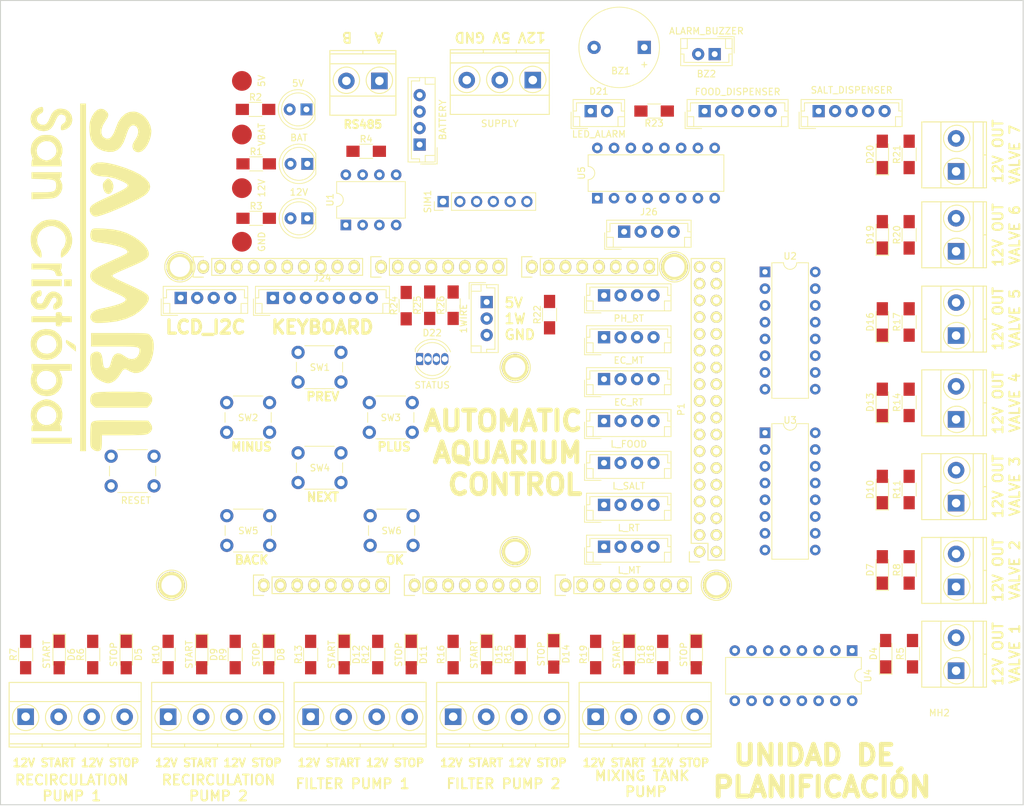
<source format=kicad_pcb>
(kicad_pcb (version 20171130) (host pcbnew "(5.0.0)")
  (title_block (date "mar. 31 mars 2015"))
  (layers (0 F.Cu signal) (31 B.Cu signal) (34 B.Paste user) (35 F.Paste user) (36 B.SilkS user) (37 F.SilkS user) (38 B.Mask user) (39 F.Mask user) (44 Edge.Cuts user))
  (net 0 "")
  (net 1 GND)
  (net 2 "/52(SCK)")
  (net 3 "/53(SS)")
  (net 4 "/50(MISO)")
  (net 5 "/51(MOSI)")
  (net 6 /48)
  (net 7 /49)
  (net 8 /46)
  (net 9 /47)
  (net 10 /44)
  (net 11 /45)
  (net 12 /42)
  (net 13 /43)
  (net 14 /40)
  (net 15 /41)
  (net 16 /38)
  (net 17 /39)
  (net 18 /36)
  (net 19 /37)
  (net 20 /34)
  (net 21 /35)
  (net 22 /32)
  (net 23 /33)
  (net 24 /30)
  (net 25 /31)
  (net 26 /28)
  (net 27 /29)
  (net 28 /26)
  (net 29 /27)
  (net 30 /24)
  (net 31 /25)
  (net 32 /22)
  (net 33 /23)
  (net 34 +5V)
  (net 35 /IOREF)
  (net 36 /Reset)
  (net 37 /Vin)
  (net 38 /A0)
  (net 39 /A1)
  (net 40 /A2)
  (net 41 /A3)
  (net 42 /A4)
  (net 43 /A5)
  (net 44 /A6)
  (net 45 /A7)
  (net 46 /A8)
  (net 47 /A9)
  (net 48 /A10)
  (net 49 /A11)
  (net 50 /A12)
  (net 51 /A13)
  (net 52 /A14)
  (net 53 /A15)
  (net 54 /SCL)
  (net 55 /SDA)
  (net 56 /AREF)
  (net 57 "/13(**)")
  (net 58 "/12(**)")
  (net 59 "/11(**)")
  (net 60 "/10(**)")
  (net 61 "/9(**)")
  (net 62 "/8(**)")
  (net 63 "/7(**)")
  (net 64 "/6(**)")
  (net 65 "/5(**)")
  (net 66 "/4(**)")
  (net 67 "/3(**)")
  (net 68 "/2(**)")
  (net 69 "/20(SDA)")
  (net 70 "/21(SCL)")
  (net 71 "Net-(P8-Pad1)")
  (net 72 "Net-(P9-Pad1)")
  (net 73 "Net-(P10-Pad1)")
  (net 74 "Net-(P11-Pad1)")
  (net 75 "Net-(P12-Pad1)")
  (net 76 "Net-(P13-Pad1)")
  (net 77 "Net-(P2-Pad1)")
  (net 78 +3V3)
  (net 79 "/1(Tx0)")
  (net 80 "/0(Rx0)")
  (net 81 "/14(Tx3)")
  (net 82 "/15(Rx3)")
  (net 83 "/16(Tx2)")
  (net 84 "/17(Rx2)")
  (net 85 "/18(Tx1)")
  (net 86 "/19(Rx1)")
  (net 87 "Net-(SIM1-Pad1)")
  (net 88 +BATT)
  (net 89 "Net-(SIM1-Pad3)")
  (net 90 +12V)
  (net 91 "Net-(D16-Pad2)")
  (net 92 "Net-(D13-Pad2)")
  (net 93 "Net-(D14-Pad2)")
  (net 94 "Net-(D15-Pad2)")
  (net 95 "Net-(D17-Pad2)")
  (net 96 "Net-(D18-Pad2)")
  (net 97 "Net-(D9-Pad2)")
  (net 98 "Net-(D19-Pad2)")
  (net 99 "Net-(D20-Pad2)")
  (net 100 "Net-(D12-Pad2)")
  (net 101 "Net-(D3-Pad2)")
  (net 102 "Net-(D1-Pad2)")
  (net 103 "Net-(D4-Pad2)")
  (net 104 "Net-(D2-Pad2)")
  (net 105 "Net-(D11-Pad2)")
  (net 106 /B)
  (net 107 /A)
  (net 108 "Net-(D5-Pad2)")
  (net 109 "Net-(D6-Pad2)")
  (net 110 "Net-(D7-Pad2)")
  (net 111 "Net-(D8-Pad2)")
  (net 112 "Net-(D10-Pad2)")
  (net 113 /485MODE)
  (net 114 "Net-(U4-Pad1)")
  (net 115 "Net-(U4-Pad2)")
  (net 116 /B2)
  (net 117 /B3)
  (net 118 /B4)
  (net 119 /B5)
  (net 120 /B6)
  (net 121 /B7)
  (net 122 /B8)
  (net 123 /PUMPS/STR3)
  (net 124 /PUMPS/STP_P3)
  (net 125 /PUMPS/STR5)
  (net 126 /PUMPS/STP_P5)
  (net 127 /PUMPS/STR4)
  (net 128 /PUMPS/STP_P4)
  (net 129 /PUMPS/STP_P2)
  (net 130 /PUMPS/VAL2)
  (net 131 /PUMPS/STR1)
  (net 132 /PUMPS/STP_P1)
  (net 133 /PUMPS/VAL1)
  (net 134 /PUMPS/STR2)
  (net 135 /B9)
  (net 136 "Net-(D21-Pad2)")
  (net 137 /BUZZER)
  (net 138 /VAL4)
  (net 139 /VAL7)
  (net 140 /VAL6)
  (net 141 /VAL5)
  (net 142 /VAL3)
  (net 143 "Net-(D22-Pad2)")
  (net 144 "Net-(D22-Pad3)")
  (net 145 "Net-(D22-Pad4)")
  (net 146 /BZ)
  (net 147 "Net-(U4-Pad15)")
  (net 148 "Net-(U4-Pad16)")
  (module Connectors_JST:JST_EH_B02B-EH-A_02x2.50mm_Straight (layer F.Cu) (at 199.644 38.608 180)
    (fp_text reference BZ2 (at 1.25 -3 180) (layer F.SilkS))
    (fp_text value ALARM_BUZZER (at 1.25 3.5 180) (layer F.SilkS))
    (pad 1 thru_hole rect (at 0 0 180) (size 1.85 1.85) (drill 0.9) (layers *.Cu *.Mask) (net 90 +12V))
    (pad 2 thru_hole circle (at 2.5 0 180) (size 1.85 1.85) (drill 0.9) (layers *.Cu *.Mask) (net 146 /BZ))
  )
  (module LEDs:LED_D5.0mm-4 (layer F.Cu) (at 154.94 84.836)
    (fp_text reference D22 (at 1.905 -3.96) (layer F.SilkS))
    (fp_text value STATUS (at 1.905 3.96) (layer F.SilkS))
    (pad 1 thru_hole rect (at 0 0) (size 1.07 1.8) (drill 0.9) (layers *.Cu *.Mask) (net 34 +5V))
    (pad 2 thru_hole oval (at 1.27 0) (size 1.07 1.8) (drill 0.9) (layers *.Cu *.Mask) (net 143 "Net-(D22-Pad2)"))
    (pad 3 thru_hole oval (at 2.54 0) (size 1.07 1.8) (drill 0.9) (layers *.Cu *.Mask) (net 144 "Net-(D22-Pad3)"))
    (pad 4 thru_hole oval (at 3.81 0) (size 1.07 1.8) (drill 0.9) (layers *.Cu *.Mask) (net 145 "Net-(D22-Pad4)"))
  )
  (module Resistors_SMD:R_1206_HandSoldering (layer F.Cu) (at 160.02 76.676 90)
    (fp_text reference R26 (at 0 -1.85 90) (layer F.SilkS))
    (fp_text value 330Ω)
    (pad 1 smd rect (at -2 0 90) (size 2 1.7) (layers F.Cu F.Paste F.Mask) (net 145 "Net-(D22-Pad4)"))
    (pad 2 smd rect (at 2 0 90) (size 2 1.7) (layers F.Cu F.Paste F.Mask) (net 65 "/5(**)"))
  )
  (module Resistors_SMD:R_1206_HandSoldering (layer F.Cu) (at 156.464 76.676 90)
    (fp_text reference R25 (at 0 -1.85 90) (layer F.SilkS))
    (fp_text value 330Ω)
    (pad 2 smd rect (at 2 0 90) (size 2 1.7) (layers F.Cu F.Paste F.Mask) (net 64 "/6(**)"))
    (pad 1 smd rect (at -2 0 90) (size 2 1.7) (layers F.Cu F.Paste F.Mask) (net 144 "Net-(D22-Pad3)"))
  )
  (module Resistors_SMD:R_1206_HandSoldering (layer F.Cu) (at 152.908 76.74 90)
    (fp_text reference R24 (at 0 -1.85 90) (layer F.SilkS))
    (fp_text value 330Ω)
    (pad 1 smd rect (at -2 0 90) (size 2 1.7) (layers F.Cu F.Paste F.Mask) (net 143 "Net-(D22-Pad2)"))
    (pad 2 smd rect (at 2 0 90) (size 2 1.7) (layers F.Cu F.Paste F.Mask) (net 63 "/7(**)"))
  )
  (module Connectors_JST:JST_EH_B04B-EH-A_04x2.50mm_Straight (layer F.Cu) (at 185.928 65.532)
    (fp_text reference J26 (at 3.75 -3) (layer F.SilkS))
    (fp_text value RTC)
    (pad 1 thru_hole rect (at 0 0) (size 1.85 1.85) (drill 0.9) (layers *.Cu *.Mask) (net 1 GND))
    (pad 2 thru_hole circle (at 2.5 0) (size 1.85 1.85) (drill 0.9) (layers *.Cu *.Mask) (net 69 "/20(SDA)"))
    (pad 3 thru_hole circle (at 5 0) (size 1.85 1.85) (drill 0.9) (layers *.Cu *.Mask) (net 70 "/21(SCL)"))
    (pad 4 thru_hole circle (at 7.5 0) (size 1.85 1.85) (drill 0.9) (layers *.Cu *.Mask) (net 34 +5V))
  )
  (module Connectors_Terminal_Blocks:TerminalBlock_Pheonix_MKDS1.5-2pol (layer F.Cu) (at 236.22 93.98 90)
    (fp_text reference J20 hide)
    (fp_text value VALVE)
    (pad 1 thru_hole rect (at 0 0 90) (size 2.5 2.5) (drill 1.3) (layers *.Cu *.Mask) (net 90 +12V))
    (pad 2 thru_hole circle (at 5 0 90) (size 2.5 2.5) (drill 1.3) (layers *.Cu *.Mask) (net 138 /VAL4))
  )
  (module Connectors_Terminal_Blocks:TerminalBlock_Pheonix_MKDS1.5-2pol (layer F.Cu) (at 236.22 106.68 90)
    (fp_text reference J19 hide)
    (fp_text value VALVE)
    (pad 2 thru_hole circle (at 5 0 90) (size 2.5 2.5) (drill 1.3) (layers *.Cu *.Mask) (net 142 /VAL3))
    (pad 1 thru_hole rect (at 0 0 90) (size 2.5 2.5) (drill 1.3) (layers *.Cu *.Mask) (net 90 +12V))
  )
  (module Connectors_Terminal_Blocks:TerminalBlock_Pheonix_MKDS1.5-2pol (layer F.Cu) (at 236.22 132.08 90)
    (fp_text reference J13 hide)
    (fp_text value VALVE)
    (pad 1 thru_hole rect (at 0 0 90) (size 2.5 2.5) (drill 1.3) (layers *.Cu *.Mask) (net 90 +12V))
    (pad 2 thru_hole circle (at 5 0 90) (size 2.5 2.5) (drill 1.3) (layers *.Cu *.Mask) (net 133 /PUMPS/VAL1))
  )
  (module Connectors_Terminal_Blocks:TerminalBlock_Pheonix_MKDS1.5-2pol (layer F.Cu) (at 236.22 68.5 90)
    (fp_text reference J22 hide)
    (fp_text value VALVE)
    (pad 2 thru_hole circle (at 5 0 90) (size 2.5 2.5) (drill 1.3) (layers *.Cu *.Mask) (net 140 /VAL6))
    (pad 1 thru_hole rect (at 0 0 90) (size 2.5 2.5) (drill 1.3) (layers *.Cu *.Mask) (net 90 +12V))
  )
  (module Connectors_Terminal_Blocks:TerminalBlock_Pheonix_MKDS1.5-2pol (layer F.Cu) (at 236.22 119.38 90)
    (fp_text reference J18 hide)
    (fp_text value VALVE)
    (pad 1 thru_hole rect (at 0 0 90) (size 2.5 2.5) (drill 1.3) (layers *.Cu *.Mask) (net 90 +12V))
    (pad 2 thru_hole circle (at 5 0 90) (size 2.5 2.5) (drill 1.3) (layers *.Cu *.Mask) (net 130 /PUMPS/VAL2))
  )
  (module Connectors_Terminal_Blocks:TerminalBlock_Pheonix_MKDS1.5-2pol (layer F.Cu) (at 236.22 81.28 90)
    (fp_text reference J21 hide)
    (fp_text value VALVE)
    (pad 2 thru_hole circle (at 5 0 90) (size 2.5 2.5) (drill 1.3) (layers *.Cu *.Mask) (net 141 /VAL5))
    (pad 1 thru_hole rect (at 0 0 90) (size 2.5 2.5) (drill 1.3) (layers *.Cu *.Mask) (net 90 +12V))
  )
  (module Connectors_Terminal_Blocks:TerminalBlock_Pheonix_MKDS1.5-2pol (layer F.Cu) (at 236.22 56.388 90)
    (fp_text reference J23 hide)
    (fp_text value VALVE)
    (pad 1 thru_hole rect (at 0 0 90) (size 2.5 2.5) (drill 1.3) (layers *.Cu *.Mask) (net 90 +12V))
    (pad 2 thru_hole circle (at 5 0 90) (size 2.5 2.5) (drill 1.3) (layers *.Cu *.Mask) (net 139 /VAL7))
  )
  (module Buzzers_Beepers:Buzzer_12x9.5RM7.6 (layer F.Cu) (at 188.976 37.592 180)
    (fp_text reference BZ1 (at 3.556 -3.556 180) (layer F.SilkS))
    (fp_text value Buzzer)
    (fp_text user + (at -0.01 -2.54 180) (layer F.SilkS))
    (pad 1 thru_hole rect (at 0 0 180) (size 2 2) (drill 1) (layers *.Cu *.Mask) (net 90 +12V))
    (pad 2 thru_hole circle (at 7.6 0 180) (size 2 2) (drill 1) (layers *.Cu *.Mask) (net 146 /BZ))
  )
  (module Connectors_JST:JST_EH_B02B-EH-A_02x2.50mm_Straight (layer F.Cu) (at 180.848 47.244)
    (fp_text reference D21 (at 1.25 -3) (layer F.SilkS))
    (fp_text value LED_ALARM (at 1.25 3.5) (layer F.SilkS))
    (pad 1 thru_hole rect (at 0 0) (size 1.85 1.85) (drill 0.9) (layers *.Cu *.Mask) (net 146 /BZ))
    (pad 2 thru_hole circle (at 2.5 0) (size 1.85 1.85) (drill 0.9) (layers *.Cu *.Mask) (net 136 "Net-(D21-Pad2)"))
  )
  (module Connectors_Terminal_Blocks:TerminalBlock_Pheonix_MKDS1.5-4pol (layer F.Cu) (at 95.25 139.065)
    (fp_text reference J12 hide)
    (fp_text value "PUMP 1")
    (pad 4 thru_hole circle (at 15 0) (size 2.5 2.5) (drill 1.3) (layers *.Cu *.Mask) (net 132 /PUMPS/STP_P1))
    (pad 3 thru_hole circle (at 10 0) (size 2.5 2.5) (drill 1.3) (layers *.Cu *.Mask) (net 90 +12V))
    (pad 1 thru_hole rect (at 0 0) (size 2.5 2.5) (drill 1.3) (layers *.Cu *.Mask) (net 90 +12V))
    (pad 2 thru_hole circle (at 5 0) (size 2.5 2.5) (drill 1.3) (layers *.Cu *.Mask) (net 131 /PUMPS/STR1))
  )
  (module Connectors_Terminal_Blocks:TerminalBlock_Pheonix_MKDS1.5-4pol (layer F.Cu) (at 116.84 139.065)
    (fp_text reference J14 hide)
    (fp_text value "PUMP 2")
    (pad 2 thru_hole circle (at 5 0) (size 2.5 2.5) (drill 1.3) (layers *.Cu *.Mask) (net 134 /PUMPS/STR2))
    (pad 1 thru_hole rect (at 0 0) (size 2.5 2.5) (drill 1.3) (layers *.Cu *.Mask) (net 90 +12V))
    (pad 3 thru_hole circle (at 10 0) (size 2.5 2.5) (drill 1.3) (layers *.Cu *.Mask) (net 90 +12V))
    (pad 4 thru_hole circle (at 15 0) (size 2.5 2.5) (drill 1.3) (layers *.Cu *.Mask) (net 129 /PUMPS/STP_P2))
  )
  (module Connectors_Terminal_Blocks:TerminalBlock_Pheonix_MKDS1.5-4pol (layer F.Cu) (at 138.43 139.065)
    (fp_text reference J15 hide)
    (fp_text value "PUMP 3")
    (pad 4 thru_hole circle (at 15 0) (size 2.5 2.5) (drill 1.3) (layers *.Cu *.Mask) (net 124 /PUMPS/STP_P3))
    (pad 3 thru_hole circle (at 10 0) (size 2.5 2.5) (drill 1.3) (layers *.Cu *.Mask) (net 90 +12V))
    (pad 1 thru_hole rect (at 0 0) (size 2.5 2.5) (drill 1.3) (layers *.Cu *.Mask) (net 90 +12V))
    (pad 2 thru_hole circle (at 5 0) (size 2.5 2.5) (drill 1.3) (layers *.Cu *.Mask) (net 123 /PUMPS/STR3))
  )
  (module Connectors_Terminal_Blocks:TerminalBlock_Pheonix_MKDS1.5-4pol (layer F.Cu) (at 160.02 139.065)
    (fp_text reference J16 hide)
    (fp_text value "PUMP 4")
    (pad 2 thru_hole circle (at 5 0) (size 2.5 2.5) (drill 1.3) (layers *.Cu *.Mask) (net 127 /PUMPS/STR4))
    (pad 1 thru_hole rect (at 0 0) (size 2.5 2.5) (drill 1.3) (layers *.Cu *.Mask) (net 90 +12V))
    (pad 3 thru_hole circle (at 10 0) (size 2.5 2.5) (drill 1.3) (layers *.Cu *.Mask) (net 90 +12V))
    (pad 4 thru_hole circle (at 15 0) (size 2.5 2.5) (drill 1.3) (layers *.Cu *.Mask) (net 128 /PUMPS/STP_P4))
  )
  (module Connectors_Terminal_Blocks:TerminalBlock_Pheonix_MKDS1.5-4pol (layer F.Cu) (at 181.61 139.065)
    (fp_text reference J17 hide)
    (fp_text value "PUMP 5")
    (pad 4 thru_hole circle (at 15 0) (size 2.5 2.5) (drill 1.3) (layers *.Cu *.Mask) (net 126 /PUMPS/STP_P5))
    (pad 3 thru_hole circle (at 10 0) (size 2.5 2.5) (drill 1.3) (layers *.Cu *.Mask) (net 90 +12V))
    (pad 1 thru_hole rect (at 0 0) (size 2.5 2.5) (drill 1.3) (layers *.Cu *.Mask) (net 90 +12V))
    (pad 2 thru_hole circle (at 5 0) (size 2.5 2.5) (drill 1.3) (layers *.Cu *.Mask) (net 125 /PUMPS/STR5))
  )
  (module Resistors_SMD:R_1206_HandSoldering (layer F.Cu) (at 190.468 47.244 180)
    (fp_text reference R23 (at 0 -1.85 180) (layer F.SilkS))
    (fp_text value 1KΩ)
    (pad 1 smd rect (at -2 0 180) (size 2 1.7) (layers F.Cu F.Paste F.Mask) (net 90 +12V))
    (pad 2 smd rect (at 2 0 180) (size 2 1.7) (layers F.Cu F.Paste F.Mask) (net 136 "Net-(D21-Pad2)"))
  )
  (module Buttons_Switches_THT:SW_PUSH_6mm (layer F.Cu) (at 108.204 99.568)
    (fp_text reference SW8 hide)
    (fp_text value RESET (at 3.75 6.7) (layer F.SilkS))
    (pad 2 thru_hole circle (at 0 4.5 90) (size 2 2) (drill 1.1) (layers *.Cu *.Mask) (net 36 /Reset))
    (pad 1 thru_hole circle (at 0 0 90) (size 2 2) (drill 1.1) (layers *.Cu *.Mask) (net 1 GND))
    (pad 2 thru_hole circle (at 6.5 4.5 90) (size 2 2) (drill 1.1) (layers *.Cu *.Mask) (net 36 /Reset))
    (pad 1 thru_hole circle (at 6.5 0 90) (size 2 2) (drill 1.1) (layers *.Cu *.Mask) (net 1 GND))
  )
  (module Measurement_Points:Measurement_Point_Round-SMD-Pad_Big (layer F.Cu) (at 128.016 67.056 90)
    (fp_text reference MH7 hide)
    (fp_text value GND (at 0 3 90) (layer F.SilkS))
    (pad 1 smd circle (at 0 0 90) (size 3 3) (layers F.Cu F.Mask) (net 1 GND))
  )
  (module Connectors_JST:JST_EH_B03B-EH-A_03x2.50mm_Straight (layer F.Cu) (at 165.1 76.2 270)
    (fp_text reference J25 hide)
    (fp_text value 1WIRE (at 2.5 3.5 270) (layer F.SilkS))
    (pad 1 thru_hole rect (at 0 0 270) (size 1.85 1.85) (drill 0.9) (layers *.Cu *.Mask) (net 34 +5V))
    (pad 2 thru_hole circle (at 2.5 0 270) (size 1.85 1.85) (drill 0.9) (layers *.Cu *.Mask) (net 32 /22))
    (pad 3 thru_hole circle (at 5 0 270) (size 1.85 1.85) (drill 0.9) (layers *.Cu *.Mask) (net 1 GND))
  )
  (module Connectors_JST:JST_EH_B07B-EH-A_07x2.50mm_Straight (layer F.Cu) (at 132.715 75.565)
    (fp_text reference J24 (at 7.5 -3) (layer F.SilkS))
    (fp_text value KEYBOARD (at 7.5 4.445) (layer F.SilkS) (effects (font (size 2 2) (thickness 0.5))))
    (pad 1 thru_hole rect (at 0 0) (size 1.85 1.85) (drill 0.9) (layers *.Cu *.Mask) (net 57 "/13(**)"))
    (pad 2 thru_hole circle (at 2.5 0) (size 1.85 1.85) (drill 0.9) (layers *.Cu *.Mask) (net 58 "/12(**)"))
    (pad 3 thru_hole circle (at 5 0) (size 1.85 1.85) (drill 0.9) (layers *.Cu *.Mask) (net 59 "/11(**)"))
    (pad 4 thru_hole circle (at 7.5 0) (size 1.85 1.85) (drill 0.9) (layers *.Cu *.Mask) (net 60 "/10(**)"))
    (pad 5 thru_hole circle (at 10 0) (size 1.85 1.85) (drill 0.9) (layers *.Cu *.Mask) (net 61 "/9(**)"))
    (pad 6 thru_hole circle (at 12.5 0) (size 1.85 1.85) (drill 0.9) (layers *.Cu *.Mask) (net 62 "/8(**)"))
    (pad 7 thru_hole circle (at 15 0) (size 1.85 1.85) (drill 0.9) (layers *.Cu *.Mask) (net 1 GND))
  )
  (module Housings_DIP:DIP-16_W7.62mm (layer F.Cu) (at 181.864 60.452 90)
    (fp_text reference U5 (at 3.81 -2.39 90) (layer F.SilkS))
    (fp_text value ULN2003)
    (pad 1 thru_hole rect (at 0 0 90) (size 1.6 1.6) (drill 0.8) (layers *.Cu *.Mask) (net 67 "/3(**)"))
    (pad 9 thru_hole oval (at 7.62 17.78 90) (size 1.6 1.6) (drill 0.8) (layers *.Cu *.Mask) (net 90 +12V))
    (pad 2 thru_hole oval (at 0 2.54 90) (size 1.6 1.6) (drill 0.8) (layers *.Cu *.Mask) (net 85 "/18(Tx1)"))
    (pad 10 thru_hole oval (at 7.62 15.24 90) (size 1.6 1.6) (drill 0.8) (layers *.Cu *.Mask) (net 121 /B7))
    (pad 3 thru_hole oval (at 0 5.08 90) (size 1.6 1.6) (drill 0.8) (layers *.Cu *.Mask) (net 86 "/19(Rx1)"))
    (pad 11 thru_hole oval (at 7.62 12.7 90) (size 1.6 1.6) (drill 0.8) (layers *.Cu *.Mask) (net 120 /B6))
    (pad 4 thru_hole oval (at 0 7.62 90) (size 1.6 1.6) (drill 0.8) (layers *.Cu *.Mask) (net 33 /23))
    (pad 12 thru_hole oval (at 7.62 10.16 90) (size 1.6 1.6) (drill 0.8) (layers *.Cu *.Mask) (net 119 /B5))
    (pad 5 thru_hole oval (at 0 10.16 90) (size 1.6 1.6) (drill 0.8) (layers *.Cu *.Mask) (net 31 /25))
    (pad 13 thru_hole oval (at 7.62 7.62 90) (size 1.6 1.6) (drill 0.8) (layers *.Cu *.Mask) (net 118 /B4))
    (pad 6 thru_hole oval (at 0 12.7 90) (size 1.6 1.6) (drill 0.8) (layers *.Cu *.Mask) (net 29 /27))
    (pad 14 thru_hole oval (at 7.62 5.08 90) (size 1.6 1.6) (drill 0.8) (layers *.Cu *.Mask) (net 117 /B3))
    (pad 7 thru_hole oval (at 0 15.24 90) (size 1.6 1.6) (drill 0.8) (layers *.Cu *.Mask) (net 27 /29))
    (pad 15 thru_hole oval (at 7.62 2.54 90) (size 1.6 1.6) (drill 0.8) (layers *.Cu *.Mask) (net 116 /B2))
    (pad 8 thru_hole oval (at 0 17.78 90) (size 1.6 1.6) (drill 0.8) (layers *.Cu *.Mask) (net 1 GND))
    (pad 16 thru_hole oval (at 7.62 0 90) (size 1.6 1.6) (drill 0.8) (layers *.Cu *.Mask) (net 137 /BUZZER))
  )
  (module Measurement_Points:Measurement_Point_Round-SMD-Pad_Big (layer F.Cu) (at 128.016 58.928 90)
    (fp_text reference MH6 hide)
    (fp_text value 12V (at 0 3 90) (layer F.SilkS))
    (pad 1 smd circle (at 0 0 90) (size 3 3) (layers F.Cu F.Mask) (net 90 +12V))
  )
  (module Measurement_Points:Measurement_Point_Round-SMD-Pad_Big (layer F.Cu) (at 128.016 42.672 90)
    (fp_text reference MH5 hide)
    (fp_text value 5V (at 0 3 90) (layer F.SilkS))
    (pad 1 smd circle (at 0 0 90) (size 3 3) (layers F.Cu F.Mask) (net 34 +5V))
  )
  (module Measurement_Points:Measurement_Point_Round-SMD-Pad_Big (layer F.Cu) (at 128.016 50.8 90)
    (fp_text reference MH4 hide)
    (fp_text value VBAT (at 0 3 90) (layer F.SilkS))
    (pad 1 smd circle (at 0 0 90) (size 3 3) (layers F.Cu F.Mask) (net 88 +BATT))
  )
  (module Resistors_SMD:R_1206_HandSoldering (layer F.Cu) (at 174.625 78.105 90)
    (fp_text reference R22 (at 0 -1.85 90) (layer F.SilkS))
    (fp_text value 4.7KΩ)
    (pad 1 smd rect (at -2 0 90) (size 2 1.7) (layers F.Cu F.Paste F.Mask) (net 32 /22))
    (pad 2 smd rect (at 2 0 90) (size 2 1.7) (layers F.Cu F.Paste F.Mask) (net 34 +5V))
  )
  (module Mounting_Holes:MountingHole_5.3mm_M5 (layer F.Cu) (at 233.68 40.64)
    (fp_text reference MH3 hide)
    (fp_text value MountingHole)
    (pad 1 np_thru_hole circle (at 0 0) (size 5.3 5.3) (drill 5.3) (layers *.Cu *.Mask))
  )
  (module Mounting_Holes:MountingHole_5.3mm_M5 (layer F.Cu) (at 233.68 144.78)
    (fp_text reference MH2 (at 0 -6.3) (layer F.SilkS))
    (fp_text value MountingHole)
    (pad 1 np_thru_hole circle (at 0 0) (size 5.3 5.3) (drill 5.3) (layers *.Cu *.Mask))
  )
  (module Mounting_Holes:MountingHole_5.3mm_M5 (layer F.Cu) (at 109.22 40.64)
    (fp_text reference MH1 hide)
    (fp_text value MountingHole)
    (pad 1 np_thru_hole circle (at 0 0) (size 5.3 5.3) (drill 5.3) (layers *.Cu *.Mask))
  )
  (module Socket_Strips:Socket_Strip_Straight_1x06_Pitch2.54mm (layer F.Cu) (at 158.496 60.96 90)
    (fp_text reference SIM1 (at 0 -2.33 90) (layer F.SilkS))
    (fp_text value SIM800L)
    (pad 1 thru_hole rect (at 0 0 90) (size 1.7 1.7) (drill 1) (layers *.Cu *.Mask) (net 87 "Net-(SIM1-Pad1)"))
    (pad 2 thru_hole oval (at 0 2.54 90) (size 1.7 1.7) (drill 1) (layers *.Cu *.Mask) (net 88 +BATT))
    (pad 3 thru_hole oval (at 0 5.08 90) (size 1.7 1.7) (drill 1) (layers *.Cu *.Mask) (net 89 "Net-(SIM1-Pad3)"))
    (pad 4 thru_hole oval (at 0 7.62 90) (size 1.7 1.7) (drill 1) (layers *.Cu *.Mask) (net 83 "/16(Tx2)"))
    (pad 5 thru_hole oval (at 0 10.16 90) (size 1.7 1.7) (drill 1) (layers *.Cu *.Mask) (net 84 "/17(Rx2)"))
    (pad 6 thru_hole oval (at 0 12.7 90) (size 1.7 1.7) (drill 1) (layers *.Cu *.Mask) (net 1 GND))
  )
  (module LEDs:LED_1206_HandSoldering (layer F.Cu) (at 225.044 53.816 90)
    (fp_text reference D20 (at 0 -1.85 90) (layer F.SilkS))
    (fp_text value "VALVE 7" hide)
    (pad 1 smd rect (at -2 0 90) (size 2 1.7) (layers F.Cu F.Paste F.Mask) (net 139 /VAL7))
    (pad 2 smd rect (at 2 0 90) (size 2 1.7) (layers F.Cu F.Paste F.Mask) (net 99 "Net-(D20-Pad2)"))
  )
  (module Resistors_SMD:R_1206_HandSoldering (layer F.Cu) (at 229.108 53.816 90)
    (fp_text reference R21 (at 0 -1.85 90) (layer F.SilkS))
    (fp_text value 1KΩ)
    (pad 1 smd rect (at -2 0 90) (size 2 1.7) (layers F.Cu F.Paste F.Mask) (net 90 +12V))
    (pad 2 smd rect (at 2 0 90) (size 2 1.7) (layers F.Cu F.Paste F.Mask) (net 99 "Net-(D20-Pad2)"))
  )
  (module LEDs:LED_1206_HandSoldering (layer F.Cu) (at 143.51 129.635 270)
    (fp_text reference D12 (at 0 -1.85 270) (layer F.SilkS))
    (fp_text value START (at 0 1.9 270) (layer F.SilkS))
    (pad 2 smd rect (at 2 0 270) (size 2 1.7) (layers F.Cu F.Paste F.Mask) (net 100 "Net-(D12-Pad2)"))
    (pad 1 smd rect (at -2 0 270) (size 2 1.7) (layers F.Cu F.Paste F.Mask) (net 123 /PUMPS/STR3))
  )
  (module LEDs:LED_1206_HandSoldering (layer F.Cu) (at 225.044 104.616 90)
    (fp_text reference D10 (at 0 -1.85 90) (layer F.SilkS))
    (fp_text value "VALVE 3" hide)
    (pad 1 smd rect (at -2 0 90) (size 2 1.7) (layers F.Cu F.Paste F.Mask) (net 142 /VAL3))
    (pad 2 smd rect (at 2 0 90) (size 2 1.7) (layers F.Cu F.Paste F.Mask) (net 112 "Net-(D10-Pad2)"))
  )
  (module LEDs:LED_1206_HandSoldering (layer F.Cu) (at 132.08 129.635 270)
    (fp_text reference D8 (at 0 -1.85 270) (layer F.SilkS))
    (fp_text value STOP (at 0 1.9 270) (layer F.SilkS))
    (pad 2 smd rect (at 2 0 270) (size 2 1.7) (layers F.Cu F.Paste F.Mask) (net 111 "Net-(D8-Pad2)"))
    (pad 1 smd rect (at -2 0 270) (size 2 1.7) (layers F.Cu F.Paste F.Mask) (net 129 /PUMPS/STP_P2))
  )
  (module LEDs:LED_1206_HandSoldering (layer F.Cu) (at 100.33 129.635 270)
    (fp_text reference D6 (at 0 -1.85 270) (layer F.SilkS))
    (fp_text value START (at 0 1.9 270) (layer F.SilkS))
    (pad 1 smd rect (at -2 0 270) (size 2 1.7) (layers F.Cu F.Paste F.Mask) (net 131 /PUMPS/STR1))
    (pad 2 smd rect (at 2 0 270) (size 2 1.7) (layers F.Cu F.Paste F.Mask) (net 109 "Net-(D6-Pad2)"))
  )
  (module LEDs:LED_1206_HandSoldering (layer F.Cu) (at 110.49 129.635 270)
    (fp_text reference D5 (at 0 -1.85 270) (layer F.SilkS))
    (fp_text value STOP (at 0 1.9 270) (layer F.SilkS))
    (pad 2 smd rect (at 2 0 270) (size 2 1.7) (layers F.Cu F.Paste F.Mask) (net 108 "Net-(D5-Pad2)"))
    (pad 1 smd rect (at -2 0 270) (size 2 1.7) (layers F.Cu F.Paste F.Mask) (net 132 /PUMPS/STP_P1))
  )
  (module LEDs:LED_1206_HandSoldering (layer F.Cu) (at 225.552 129.508 90)
    (fp_text reference D4 (at 0 -1.85 90) (layer F.SilkS))
    (fp_text value "VALVE 1" hide)
    (pad 1 smd rect (at -2 0 90) (size 2 1.7) (layers F.Cu F.Paste F.Mask) (net 133 /PUMPS/VAL1))
    (pad 2 smd rect (at 2 0 90) (size 2 1.7) (layers F.Cu F.Paste F.Mask) (net 103 "Net-(D4-Pad2)"))
  )
  (module LEDs:LED_1206_HandSoldering (layer F.Cu) (at 225.044 116.808 90)
    (fp_text reference D7 (at 0 -1.85 90) (layer F.SilkS))
    (fp_text value "VALVE 2" hide)
    (pad 2 smd rect (at 2 0 90) (size 2 1.7) (layers F.Cu F.Paste F.Mask) (net 110 "Net-(D7-Pad2)"))
    (pad 1 smd rect (at -2 0 90) (size 2 1.7) (layers F.Cu F.Paste F.Mask) (net 130 /PUMPS/VAL2))
  )
  (module LEDs:LED_1206_HandSoldering (layer F.Cu) (at 153.67 129.635 270)
    (fp_text reference D11 (at 0 -1.85 270) (layer F.SilkS))
    (fp_text value STOP (at 0 1.9 270) (layer F.SilkS))
    (pad 1 smd rect (at -2 0 270) (size 2 1.7) (layers F.Cu F.Paste F.Mask) (net 124 /PUMPS/STP_P3))
    (pad 2 smd rect (at 2 0 270) (size 2 1.7) (layers F.Cu F.Paste F.Mask) (net 105 "Net-(D11-Pad2)"))
  )
  (module LEDs:LED_1206_HandSoldering (layer F.Cu) (at 175.26 129.54 270)
    (fp_text reference D14 (at 0 -1.85 270) (layer F.SilkS))
    (fp_text value STOP (at 0 1.9 270) (layer F.SilkS))
    (pad 2 smd rect (at 2 0 270) (size 2 1.7) (layers F.Cu F.Paste F.Mask) (net 93 "Net-(D14-Pad2)"))
    (pad 1 smd rect (at -2 0 270) (size 2 1.7) (layers F.Cu F.Paste F.Mask) (net 128 /PUMPS/STP_P4))
  )
  (module LEDs:LED_1206_HandSoldering (layer F.Cu) (at 121.92 129.635 270)
    (fp_text reference D9 (at 0 -1.85 270) (layer F.SilkS))
    (fp_text value START (at 0 1.9 270) (layer F.SilkS))
    (pad 1 smd rect (at -2 0 270) (size 2 1.7) (layers F.Cu F.Paste F.Mask) (net 134 /PUMPS/STR2))
    (pad 2 smd rect (at 2 0 270) (size 2 1.7) (layers F.Cu F.Paste F.Mask) (net 97 "Net-(D9-Pad2)"))
  )
  (module LEDs:LED_1206_HandSoldering (layer F.Cu) (at 186.69 129.635 270)
    (fp_text reference D18 (at 0 -1.85 270) (layer F.SilkS))
    (fp_text value START (at 0 1.9 270) (layer F.SilkS))
    (pad 2 smd rect (at 2 0 270) (size 2 1.7) (layers F.Cu F.Paste F.Mask) (net 96 "Net-(D18-Pad2)"))
    (pad 1 smd rect (at -2 0 270) (size 2 1.7) (layers F.Cu F.Paste F.Mask) (net 125 /PUMPS/STR5))
  )
  (module LEDs:LED_1206_HandSoldering (layer F.Cu) (at 225.044 66.008 90)
    (fp_text reference D19 (at 0 -1.85 90) (layer F.SilkS))
    (fp_text value "VALVE 6" hide)
    (pad 1 smd rect (at -2 0 90) (size 2 1.7) (layers F.Cu F.Paste F.Mask) (net 140 /VAL6))
    (pad 2 smd rect (at 2 0 90) (size 2 1.7) (layers F.Cu F.Paste F.Mask) (net 98 "Net-(D19-Pad2)"))
  )
  (module LEDs:LED_1206_HandSoldering (layer F.Cu) (at 225.044 79.216 90)
    (fp_text reference D16 (at 0 -1.85 90) (layer F.SilkS))
    (fp_text value "VALVE 5" hide)
    (pad 2 smd rect (at 2 0 90) (size 2 1.7) (layers F.Cu F.Paste F.Mask) (net 91 "Net-(D16-Pad2)"))
    (pad 1 smd rect (at -2 0 90) (size 2 1.7) (layers F.Cu F.Paste F.Mask) (net 141 /VAL5))
  )
  (module LEDs:LED_1206_HandSoldering (layer F.Cu) (at 165.1 129.635 270)
    (fp_text reference D15 (at 0 -1.85 270) (layer F.SilkS))
    (fp_text value START (at 0 1.9 270) (layer F.SilkS))
    (pad 1 smd rect (at -2 0 270) (size 2 1.7) (layers F.Cu F.Paste F.Mask) (net 127 /PUMPS/STR4))
    (pad 2 smd rect (at 2 0 270) (size 2 1.7) (layers F.Cu F.Paste F.Mask) (net 94 "Net-(D15-Pad2)"))
  )
  (module LEDs:LED_1206_HandSoldering (layer F.Cu) (at 225.044 91.408 90)
    (fp_text reference D13 (at 0 -1.85 90) (layer F.SilkS))
    (fp_text value "VALVE 4" hide)
    (pad 2 smd rect (at 2 0 90) (size 2 1.7) (layers F.Cu F.Paste F.Mask) (net 92 "Net-(D13-Pad2)"))
    (pad 1 smd rect (at -2 0 90) (size 2 1.7) (layers F.Cu F.Paste F.Mask) (net 138 /VAL4))
  )
  (module LEDs:LED_1206_HandSoldering (layer F.Cu) (at 196.85 129.635 270)
    (fp_text reference D17 hide)
    (fp_text value STOP (at 0 1.9 270) (layer F.SilkS))
    (pad 1 smd rect (at -2 0 270) (size 2 1.7) (layers F.Cu F.Paste F.Mask) (net 126 /PUMPS/STP_P5))
    (pad 2 smd rect (at 2 0 270) (size 2 1.7) (layers F.Cu F.Paste F.Mask) (net 95 "Net-(D17-Pad2)"))
  )
  (module Buttons_Switches_THT:SW_PUSH_6mm (layer F.Cu) (at 136.525 83.82)
    (fp_text reference SW1 (at 3.302 2.286) (layer F.SilkS))
    (fp_text value PREV (at 3.75 6.7) (layer F.SilkS) (effects (font (size 1.3 1.3) (thickness 0.325))))
    (pad 1 thru_hole circle (at 6.5 0 90) (size 2 2) (drill 1.1) (layers *.Cu *.Mask) (net 1 GND))
    (pad 2 thru_hole circle (at 6.5 4.5 90) (size 2 2) (drill 1.1) (layers *.Cu *.Mask) (net 57 "/13(**)"))
    (pad 1 thru_hole circle (at 0 0 90) (size 2 2) (drill 1.1) (layers *.Cu *.Mask) (net 1 GND))
    (pad 2 thru_hole circle (at 0 4.5 90) (size 2 2) (drill 1.1) (layers *.Cu *.Mask) (net 57 "/13(**)"))
  )
  (module Buttons_Switches_THT:SW_PUSH_6mm (layer F.Cu) (at 147.447 108.585)
    (fp_text reference SW6 (at 3.25 2.286) (layer F.SilkS))
    (fp_text value OK (at 3.75 6.7) (layer F.SilkS) (effects (font (size 1.3 1.3) (thickness 0.325))))
    (pad 2 thru_hole circle (at 0 4.5 90) (size 2 2) (drill 1.1) (layers *.Cu *.Mask) (net 59 "/11(**)"))
    (pad 1 thru_hole circle (at 0 0 90) (size 2 2) (drill 1.1) (layers *.Cu *.Mask) (net 1 GND))
    (pad 2 thru_hole circle (at 6.5 4.5 90) (size 2 2) (drill 1.1) (layers *.Cu *.Mask) (net 59 "/11(**)"))
    (pad 1 thru_hole circle (at 6.5 0 90) (size 2 2) (drill 1.1) (layers *.Cu *.Mask) (net 1 GND))
  )
  (module Buttons_Switches_THT:SW_PUSH_6mm (layer F.Cu) (at 125.73 108.585)
    (fp_text reference SW5 (at 3.25 2.286) (layer F.SilkS))
    (fp_text value BACK (at 3.75 6.7) (layer F.SilkS) (effects (font (size 1.3 1.3) (thickness 0.325))))
    (pad 1 thru_hole circle (at 6.5 0 90) (size 2 2) (drill 1.1) (layers *.Cu *.Mask) (net 62 "/8(**)"))
    (pad 2 thru_hole circle (at 6.5 4.5 90) (size 2 2) (drill 1.1) (layers *.Cu *.Mask) (net 1 GND))
    (pad 1 thru_hole circle (at 0 0 90) (size 2 2) (drill 1.1) (layers *.Cu *.Mask) (net 62 "/8(**)"))
    (pad 2 thru_hole circle (at 0 4.5 90) (size 2 2) (drill 1.1) (layers *.Cu *.Mask) (net 1 GND))
  )
  (module Buttons_Switches_THT:SW_PUSH_6mm (layer F.Cu) (at 136.525 99.06)
    (fp_text reference SW4 (at 3.302 2.286) (layer F.SilkS))
    (fp_text value NEXT (at 3.75 6.7) (layer F.SilkS) (effects (font (size 1.3 1.3) (thickness 0.325))))
    (pad 2 thru_hole circle (at 0 4.5 90) (size 2 2) (drill 1.1) (layers *.Cu *.Mask) (net 60 "/10(**)"))
    (pad 1 thru_hole circle (at 0 0 90) (size 2 2) (drill 1.1) (layers *.Cu *.Mask) (net 1 GND))
    (pad 2 thru_hole circle (at 6.5 4.5 90) (size 2 2) (drill 1.1) (layers *.Cu *.Mask) (net 60 "/10(**)"))
    (pad 1 thru_hole circle (at 6.5 0 90) (size 2 2) (drill 1.1) (layers *.Cu *.Mask) (net 1 GND))
  )
  (module Buttons_Switches_THT:SW_PUSH_6mm (layer F.Cu) (at 147.32 91.44)
    (fp_text reference SW3 (at 3.25 2.286) (layer F.SilkS))
    (fp_text value PLUS (at 3.75 6.7) (layer F.SilkS) (effects (font (size 1.3 1.3) (thickness 0.325))))
    (pad 1 thru_hole circle (at 6.5 0 90) (size 2 2) (drill 1.1) (layers *.Cu *.Mask) (net 1 GND))
    (pad 2 thru_hole circle (at 6.5 4.5 90) (size 2 2) (drill 1.1) (layers *.Cu *.Mask) (net 58 "/12(**)"))
    (pad 1 thru_hole circle (at 0 0 90) (size 2 2) (drill 1.1) (layers *.Cu *.Mask) (net 1 GND))
    (pad 2 thru_hole circle (at 0 4.5 90) (size 2 2) (drill 1.1) (layers *.Cu *.Mask) (net 58 "/12(**)"))
  )
  (module Buttons_Switches_THT:SW_PUSH_6mm (layer F.Cu) (at 125.707 91.44)
    (fp_text reference SW2 (at 3.25 2.286) (layer F.SilkS))
    (fp_text value MINUS (at 3.75 6.7) (layer F.SilkS) (effects (font (size 1.3 1.3) (thickness 0.325))))
    (pad 2 thru_hole circle (at 0 4.5 90) (size 2 2) (drill 1.1) (layers *.Cu *.Mask) (net 1 GND))
    (pad 1 thru_hole circle (at 0 0 90) (size 2 2) (drill 1.1) (layers *.Cu *.Mask) (net 61 "/9(**)"))
    (pad 2 thru_hole circle (at 6.5 4.5 90) (size 2 2) (drill 1.1) (layers *.Cu *.Mask) (net 1 GND))
    (pad 1 thru_hole circle (at 6.5 0 90) (size 2 2) (drill 1.1) (layers *.Cu *.Mask) (net 61 "/9(**)"))
  )
  (module Connectors_JST:JST_EH_B04B-EH-A_04x2.50mm_Straight (layer F.Cu) (at 182.88 87.884)
    (fp_text reference J8 hide)
    (fp_text value EC_RT (at 3.75 3.5) (layer F.SilkS))
    (pad 1 thru_hole rect (at 0 0) (size 1.85 1.85) (drill 0.9) (layers *.Cu *.Mask) (net 34 +5V))
    (pad 2 thru_hole circle (at 2.5 0) (size 1.85 1.85) (drill 0.9) (layers *.Cu *.Mask) (net 20 /34))
    (pad 3 thru_hole circle (at 5 0) (size 1.85 1.85) (drill 0.9) (layers *.Cu *.Mask) (net 18 /36))
    (pad 4 thru_hole circle (at 7.5 0) (size 1.85 1.85) (drill 0.9) (layers *.Cu *.Mask) (net 1 GND))
  )
  (module Connectors_JST:JST_EH_B04B-EH-A_04x2.50mm_Straight (layer F.Cu) (at 154.94 52.324 90)
    (fp_text reference J1 hide)
    (fp_text value BATTERY (at 3.75 3.5 90) (layer F.SilkS))
    (pad 4 thru_hole circle (at 7.5 0 90) (size 1.85 1.85) (drill 0.9) (layers *.Cu *.Mask) (net 1 GND))
    (pad 3 thru_hole circle (at 5 0 90) (size 1.85 1.85) (drill 0.9) (layers *.Cu *.Mask) (net 1 GND))
    (pad 2 thru_hole circle (at 2.5 0 90) (size 1.85 1.85) (drill 0.9) (layers *.Cu *.Mask) (net 34 +5V))
    (pad 1 thru_hole rect (at 0 0 90) (size 1.85 1.85) (drill 0.9) (layers *.Cu *.Mask) (net 88 +BATT))
  )
  (module Connectors_JST:JST_EH_B04B-EH-A_04x2.50mm_Straight (layer F.Cu) (at 118.745 75.565)
    (fp_text reference J3 hide)
    (fp_text value LCD_I2C (at 3.75 4.445) (layer F.SilkS) (effects (font (size 2 2) (thickness 0.5))))
    (pad 1 thru_hole rect (at 0 0) (size 1.85 1.85) (drill 0.9) (layers *.Cu *.Mask) (net 34 +5V))
    (pad 2 thru_hole circle (at 2.5 0) (size 1.85 1.85) (drill 0.9) (layers *.Cu *.Mask) (net 54 /SCL))
    (pad 3 thru_hole circle (at 5 0) (size 1.85 1.85) (drill 0.9) (layers *.Cu *.Mask) (net 55 /SDA))
    (pad 4 thru_hole circle (at 7.5 0) (size 1.85 1.85) (drill 0.9) (layers *.Cu *.Mask) (net 1 GND))
  )
  (module Connectors_JST:JST_EH_B04B-EH-A_04x2.50mm_Straight (layer F.Cu) (at 182.88 75.184)
    (fp_text reference J5 hide)
    (fp_text value PH_RT (at 3.75 3.5) (layer F.SilkS))
    (pad 4 thru_hole circle (at 7.5 0) (size 1.85 1.85) (drill 0.9) (layers *.Cu *.Mask) (net 1 GND))
    (pad 3 thru_hole circle (at 5 0) (size 1.85 1.85) (drill 0.9) (layers *.Cu *.Mask) (net 28 /26))
    (pad 2 thru_hole circle (at 2.5 0) (size 1.85 1.85) (drill 0.9) (layers *.Cu *.Mask) (net 26 /28))
    (pad 1 thru_hole rect (at 0 0) (size 1.85 1.85) (drill 0.9) (layers *.Cu *.Mask) (net 34 +5V))
  )
  (module Connectors_JST:JST_EH_B04B-EH-A_04x2.50mm_Straight (layer F.Cu) (at 182.88 106.934)
    (fp_text reference J6 hide)
    (fp_text value L_RT (at 3.75 3.5) (layer F.SilkS))
    (pad 1 thru_hole rect (at 0 0) (size 1.85 1.85) (drill 0.9) (layers *.Cu *.Mask) (net 34 +5V))
    (pad 2 thru_hole circle (at 2.5 0) (size 1.85 1.85) (drill 0.9) (layers *.Cu *.Mask) (net 8 /46))
    (pad 3 thru_hole circle (at 5 0) (size 1.85 1.85) (drill 0.9) (layers *.Cu *.Mask) (net 6 /48))
    (pad 4 thru_hole circle (at 7.5 0) (size 1.85 1.85) (drill 0.9) (layers *.Cu *.Mask) (net 1 GND))
  )
  (module Connectors_JST:JST_EH_B04B-EH-A_04x2.50mm_Straight (layer F.Cu) (at 182.88 100.584)
    (fp_text reference J7 hide)
    (fp_text value L_SALT (at 3.75 3.5) (layer F.SilkS))
    (pad 4 thru_hole circle (at 7.5 0) (size 1.85 1.85) (drill 0.9) (layers *.Cu *.Mask) (net 1 GND))
    (pad 3 thru_hole circle (at 5 0) (size 1.85 1.85) (drill 0.9) (layers *.Cu *.Mask) (net 10 /44))
    (pad 2 thru_hole circle (at 2.5 0) (size 1.85 1.85) (drill 0.9) (layers *.Cu *.Mask) (net 12 /42))
    (pad 1 thru_hole rect (at 0 0) (size 1.85 1.85) (drill 0.9) (layers *.Cu *.Mask) (net 34 +5V))
  )
  (module Connectors_JST:JST_EH_B04B-EH-A_04x2.50mm_Straight (layer F.Cu) (at 182.88 113.284)
    (fp_text reference J9 hide)
    (fp_text value L_MT (at 3.81 3.556) (layer F.SilkS))
    (pad 1 thru_hole rect (at 0 0) (size 1.85 1.85) (drill 0.9) (layers *.Cu *.Mask) (net 34 +5V))
    (pad 2 thru_hole circle (at 2.5 0) (size 1.85 1.85) (drill 0.9) (layers *.Cu *.Mask) (net 4 "/50(MISO)"))
    (pad 3 thru_hole circle (at 5 0) (size 1.85 1.85) (drill 0.9) (layers *.Cu *.Mask) (net 2 "/52(SCK)"))
    (pad 4 thru_hole circle (at 7.5 0) (size 1.85 1.85) (drill 0.9) (layers *.Cu *.Mask) (net 1 GND))
  )
  (module Connectors_JST:JST_EH_B04B-EH-A_04x2.50mm_Straight (layer F.Cu) (at 182.88 94.234)
    (fp_text reference J10 hide)
    (fp_text value L_FOOD (at 3.75 3.5) (layer F.SilkS))
    (pad 4 thru_hole circle (at 7.5 0) (size 1.85 1.85) (drill 0.9) (layers *.Cu *.Mask) (net 1 GND))
    (pad 3 thru_hole circle (at 5 0) (size 1.85 1.85) (drill 0.9) (layers *.Cu *.Mask) (net 14 /40))
    (pad 2 thru_hole circle (at 2.5 0) (size 1.85 1.85) (drill 0.9) (layers *.Cu *.Mask) (net 16 /38))
    (pad 1 thru_hole rect (at 0 0) (size 1.85 1.85) (drill 0.9) (layers *.Cu *.Mask) (net 34 +5V))
  )
  (module Connectors_JST:JST_EH_B04B-EH-A_04x2.50mm_Straight (layer F.Cu) (at 182.88 81.534)
    (fp_text reference J11 hide)
    (fp_text value EC_MT (at 3.75 3.5) (layer F.SilkS))
    (pad 1 thru_hole rect (at 0 0) (size 1.85 1.85) (drill 0.9) (layers *.Cu *.Mask) (net 34 +5V))
    (pad 2 thru_hole circle (at 2.5 0) (size 1.85 1.85) (drill 0.9) (layers *.Cu *.Mask) (net 24 /30))
    (pad 3 thru_hole circle (at 5 0) (size 1.85 1.85) (drill 0.9) (layers *.Cu *.Mask) (net 22 /32))
    (pad 4 thru_hole circle (at 7.5 0) (size 1.85 1.85) (drill 0.9) (layers *.Cu *.Mask) (net 1 GND))
  )
  (module Connectors_JST:JST_EH_B05B-EH-A_05x2.50mm_Straight (layer F.Cu) (at 215.392 47.244)
    (fp_text reference M1 hide)
    (fp_text value SALT_DISPENSER (at 5 -3.175) (layer F.SilkS))
    (pad 5 thru_hole circle (at 10 0) (size 1.85 1.85) (drill 0.9) (layers *.Cu *.Mask) (net 135 /B9))
    (pad 4 thru_hole circle (at 7.5 0) (size 1.85 1.85) (drill 0.9) (layers *.Cu *.Mask) (net 122 /B8))
    (pad 3 thru_hole circle (at 5 0) (size 1.85 1.85) (drill 0.9) (layers *.Cu *.Mask) (net 121 /B7))
    (pad 2 thru_hole circle (at 2.5 0) (size 1.85 1.85) (drill 0.9) (layers *.Cu *.Mask) (net 120 /B6))
    (pad 1 thru_hole rect (at 0 0) (size 1.85 1.85) (drill 0.9) (layers *.Cu *.Mask) (net 90 +12V))
  )
  (module Connectors_JST:JST_EH_B05B-EH-A_05x2.50mm_Straight (layer F.Cu) (at 198.12 47.244)
    (fp_text reference M2 hide)
    (fp_text value FOOD_DISPENSER (at 5 -2.921) (layer F.SilkS))
    (pad 1 thru_hole rect (at 0 0) (size 1.85 1.85) (drill 0.9) (layers *.Cu *.Mask) (net 90 +12V))
    (pad 2 thru_hole circle (at 2.5 0) (size 1.85 1.85) (drill 0.9) (layers *.Cu *.Mask) (net 116 /B2))
    (pad 3 thru_hole circle (at 5 0) (size 1.85 1.85) (drill 0.9) (layers *.Cu *.Mask) (net 117 /B3))
    (pad 4 thru_hole circle (at 7.5 0) (size 1.85 1.85) (drill 0.9) (layers *.Cu *.Mask) (net 118 /B4))
    (pad 5 thru_hole circle (at 10 0) (size 1.85 1.85) (drill 0.9) (layers *.Cu *.Mask) (net 119 /B5))
  )
  (module Connectors_Terminal_Blocks:TerminalBlock_Pheonix_MKDS1.5-2pol (layer F.Cu) (at 148.844 42.672 180)
    (fp_text reference J4 hide)
    (fp_text value RS485 (at 2.5 -6.6 180) (layer F.SilkS) (effects (font (size 1.2 1.2) (thickness 0.3))))
    (pad 2 thru_hole circle (at 5 0 180) (size 2.5 2.5) (drill 1.3) (layers *.Cu *.Mask) (net 106 /B))
    (pad 1 thru_hole rect (at 0 0 180) (size 2.5 2.5) (drill 1.3) (layers *.Cu *.Mask) (net 107 /A))
  )
  (module Connectors_Terminal_Blocks:TerminalBlock_Pheonix_MKDS1.5-3pol (layer F.Cu) (at 172.085 42.545 180)
    (fp_text reference J2 hide)
    (fp_text value SUPPLY (at 5 -6.6 180) (layer F.SilkS))
    (pad 3 thru_hole circle (at 10 0 180) (size 2.5 2.5) (drill 1.3) (layers *.Cu *.Mask) (net 1 GND))
    (pad 1 thru_hole rect (at 0 0 180) (size 2.5 2.5) (drill 1.3) (layers *.Cu *.Mask) (net 90 +12V))
    (pad 2 thru_hole circle (at 5 0 180) (size 2.5 2.5) (drill 1.3) (layers *.Cu *.Mask) (net 34 +5V))
  )
  (module Housings_DIP:DIP-16_W7.62mm (layer F.Cu) (at 207.264 96.012)
    (fp_text reference U3 (at 3.81 -1.905) (layer F.SilkS))
    (fp_text value ULN2003)
    (pad 1 thru_hole rect (at 0 0) (size 1.6 1.6) (drill 0.8) (layers *.Cu *.Mask) (net 11 /45))
    (pad 9 thru_hole oval (at 7.62 17.78) (size 1.6 1.6) (drill 0.8) (layers *.Cu *.Mask) (net 90 +12V))
    (pad 2 thru_hole oval (at 0 2.54) (size 1.6 1.6) (drill 0.8) (layers *.Cu *.Mask) (net 9 /47))
    (pad 10 thru_hole oval (at 7.62 15.24) (size 1.6 1.6) (drill 0.8) (layers *.Cu *.Mask) (net 131 /PUMPS/STR1))
    (pad 3 thru_hole oval (at 0 5.08) (size 1.6 1.6) (drill 0.8) (layers *.Cu *.Mask) (net 7 /49))
    (pad 11 thru_hole oval (at 7.62 12.7) (size 1.6 1.6) (drill 0.8) (layers *.Cu *.Mask) (net 132 /PUMPS/STP_P1))
    (pad 4 thru_hole oval (at 0 7.62) (size 1.6 1.6) (drill 0.8) (layers *.Cu *.Mask) (net 5 "/51(MOSI)"))
    (pad 12 thru_hole oval (at 7.62 10.16) (size 1.6 1.6) (drill 0.8) (layers *.Cu *.Mask) (net 134 /PUMPS/STR2))
    (pad 5 thru_hole oval (at 0 10.16) (size 1.6 1.6) (drill 0.8) (layers *.Cu *.Mask) (net 3 "/53(SS)"))
    (pad 13 thru_hole oval (at 7.62 7.62) (size 1.6 1.6) (drill 0.8) (layers *.Cu *.Mask) (net 129 /PUMPS/STP_P2))
    (pad 6 thru_hole oval (at 0 12.7) (size 1.6 1.6) (drill 0.8) (layers *.Cu *.Mask) (net 52 /A14))
    (pad 14 thru_hole oval (at 7.62 5.08) (size 1.6 1.6) (drill 0.8) (layers *.Cu *.Mask) (net 123 /PUMPS/STR3))
    (pad 7 thru_hole oval (at 0 15.24) (size 1.6 1.6) (drill 0.8) (layers *.Cu *.Mask) (net 53 /A15))
    (pad 15 thru_hole oval (at 7.62 2.54) (size 1.6 1.6) (drill 0.8) (layers *.Cu *.Mask) (net 133 /PUMPS/VAL1))
    (pad 8 thru_hole oval (at 0 17.78) (size 1.6 1.6) (drill 0.8) (layers *.Cu *.Mask) (net 1 GND))
    (pad 16 thru_hole oval (at 7.62 0) (size 1.6 1.6) (drill 0.8) (layers *.Cu *.Mask) (net 130 /PUMPS/VAL2))
  )
  (module Housings_DIP:DIP-16_W7.62mm (layer F.Cu) (at 207.264 71.628)
    (fp_text reference U2 (at 3.81 -2.39) (layer F.SilkS))
    (fp_text value ULN2003)
    (pad 16 thru_hole oval (at 7.62 0) (size 1.6 1.6) (drill 0.8) (layers *.Cu *.Mask) (net 122 /B8))
    (pad 8 thru_hole oval (at 0 17.78) (size 1.6 1.6) (drill 0.8) (layers *.Cu *.Mask) (net 1 GND))
    (pad 15 thru_hole oval (at 7.62 2.54) (size 1.6 1.6) (drill 0.8) (layers *.Cu *.Mask) (net 135 /B9))
    (pad 7 thru_hole oval (at 0 15.24) (size 1.6 1.6) (drill 0.8) (layers *.Cu *.Mask) (net 13 /43))
    (pad 14 thru_hole oval (at 7.62 5.08) (size 1.6 1.6) (drill 0.8) (layers *.Cu *.Mask) (net 139 /VAL7))
    (pad 6 thru_hole oval (at 0 12.7) (size 1.6 1.6) (drill 0.8) (layers *.Cu *.Mask) (net 15 /41))
    (pad 13 thru_hole oval (at 7.62 7.62) (size 1.6 1.6) (drill 0.8) (layers *.Cu *.Mask) (net 140 /VAL6))
    (pad 5 thru_hole oval (at 0 10.16) (size 1.6 1.6) (drill 0.8) (layers *.Cu *.Mask) (net 17 /39))
    (pad 12 thru_hole oval (at 7.62 10.16) (size 1.6 1.6) (drill 0.8) (layers *.Cu *.Mask) (net 141 /VAL5))
    (pad 4 thru_hole oval (at 0 7.62) (size 1.6 1.6) (drill 0.8) (layers *.Cu *.Mask) (net 19 /37))
    (pad 11 thru_hole oval (at 7.62 12.7) (size 1.6 1.6) (drill 0.8) (layers *.Cu *.Mask) (net 138 /VAL4))
    (pad 3 thru_hole oval (at 0 5.08) (size 1.6 1.6) (drill 0.8) (layers *.Cu *.Mask) (net 21 /35))
    (pad 10 thru_hole oval (at 7.62 15.24) (size 1.6 1.6) (drill 0.8) (layers *.Cu *.Mask) (net 142 /VAL3))
    (pad 2 thru_hole oval (at 0 2.54) (size 1.6 1.6) (drill 0.8) (layers *.Cu *.Mask) (net 23 /33))
    (pad 9 thru_hole oval (at 7.62 17.78) (size 1.6 1.6) (drill 0.8) (layers *.Cu *.Mask) (net 90 +12V))
    (pad 1 thru_hole rect (at 0 0) (size 1.6 1.6) (drill 0.8) (layers *.Cu *.Mask) (net 25 /31))
  )
  (module Housings_DIP:DIP-16_W7.62mm (layer F.Cu) (at 220.472 129.032 270)
    (fp_text reference U4 (at 3.81 -2.39 270) (layer F.SilkS))
    (fp_text value ULN2003)
    (pad 1 thru_hole rect (at 0 0 270) (size 1.6 1.6) (drill 0.8) (layers *.Cu *.Mask) (net 114 "Net-(U4-Pad1)"))
    (pad 9 thru_hole oval (at 7.62 17.78 270) (size 1.6 1.6) (drill 0.8) (layers *.Cu *.Mask) (net 90 +12V))
    (pad 2 thru_hole oval (at 0 2.54 270) (size 1.6 1.6) (drill 0.8) (layers *.Cu *.Mask) (net 115 "Net-(U4-Pad2)"))
    (pad 10 thru_hole oval (at 7.62 15.24 270) (size 1.6 1.6) (drill 0.8) (layers *.Cu *.Mask) (net 124 /PUMPS/STP_P3))
    (pad 3 thru_hole oval (at 0 5.08 270) (size 1.6 1.6) (drill 0.8) (layers *.Cu *.Mask) (net 51 /A13))
    (pad 11 thru_hole oval (at 7.62 12.7 270) (size 1.6 1.6) (drill 0.8) (layers *.Cu *.Mask) (net 127 /PUMPS/STR4))
    (pad 4 thru_hole oval (at 0 7.62 270) (size 1.6 1.6) (drill 0.8) (layers *.Cu *.Mask) (net 50 /A12))
    (pad 12 thru_hole oval (at 7.62 10.16 270) (size 1.6 1.6) (drill 0.8) (layers *.Cu *.Mask) (net 128 /PUMPS/STP_P4))
    (pad 5 thru_hole oval (at 0 10.16 270) (size 1.6 1.6) (drill 0.8) (layers *.Cu *.Mask) (net 49 /A11))
    (pad 13 thru_hole oval (at 7.62 7.62 270) (size 1.6 1.6) (drill 0.8) (layers *.Cu *.Mask) (net 125 /PUMPS/STR5))
    (pad 6 thru_hole oval (at 0 12.7 270) (size 1.6 1.6) (drill 0.8) (layers *.Cu *.Mask) (net 48 /A10))
    (pad 14 thru_hole oval (at 7.62 5.08 270) (size 1.6 1.6) (drill 0.8) (layers *.Cu *.Mask) (net 126 /PUMPS/STP_P5))
    (pad 7 thru_hole oval (at 0 15.24 270) (size 1.6 1.6) (drill 0.8) (layers *.Cu *.Mask) (net 47 /A9))
    (pad 15 thru_hole oval (at 7.62 2.54 270) (size 1.6 1.6) (drill 0.8) (layers *.Cu *.Mask) (net 147 "Net-(U4-Pad15)"))
    (pad 8 thru_hole oval (at 0 17.78 270) (size 1.6 1.6) (drill 0.8) (layers *.Cu *.Mask) (net 1 GND))
    (pad 16 thru_hole oval (at 7.62 0 270) (size 1.6 1.6) (drill 0.8) (layers *.Cu *.Mask) (net 148 "Net-(U4-Pad16)"))
  )
  (module Housings_DIP:DIP-8_W7.62mm (layer F.Cu) (at 143.764 64.516 90)
    (fp_text reference U1 (at 3.81 -2.39 90) (layer F.SilkS))
    (fp_text value MAX485E)
    (pad 1 thru_hole rect (at 0 0 90) (size 1.6 1.6) (drill 0.8) (layers *.Cu *.Mask) (net 81 "/14(Tx3)"))
    (pad 5 thru_hole oval (at 7.62 7.62 90) (size 1.6 1.6) (drill 0.8) (layers *.Cu *.Mask) (net 1 GND))
    (pad 2 thru_hole oval (at 0 2.54 90) (size 1.6 1.6) (drill 0.8) (layers *.Cu *.Mask) (net 113 /485MODE))
    (pad 6 thru_hole oval (at 7.62 5.08 90) (size 1.6 1.6) (drill 0.8) (layers *.Cu *.Mask) (net 107 /A))
    (pad 3 thru_hole oval (at 0 5.08 90) (size 1.6 1.6) (drill 0.8) (layers *.Cu *.Mask) (net 113 /485MODE))
    (pad 7 thru_hole oval (at 7.62 2.54 90) (size 1.6 1.6) (drill 0.8) (layers *.Cu *.Mask) (net 106 /B))
    (pad 4 thru_hole oval (at 0 7.62 90) (size 1.6 1.6) (drill 0.8) (layers *.Cu *.Mask) (net 82 "/15(Rx3)"))
    (pad 8 thru_hole oval (at 7.62 0 90) (size 1.6 1.6) (drill 0.8) (layers *.Cu *.Mask) (net 34 +5V))
  )
  (module LEDs:LED_D5.0mm (layer F.Cu) (at 137.922 55.245 180)
    (fp_text reference D1 hide)
    (fp_text value BAT (at 1.27 3.96 180) (layer F.SilkS))
    (pad 1 thru_hole rect (at 0 0 180) (size 1.8 1.8) (drill 0.9) (layers *.Cu *.Mask) (net 1 GND))
    (pad 2 thru_hole circle (at 2.54 0 180) (size 1.8 1.8) (drill 0.9) (layers *.Cu *.Mask) (net 102 "Net-(D1-Pad2)"))
  )
  (module LEDs:LED_D5.0mm (layer F.Cu) (at 137.922 63.5 180)
    (fp_text reference D3 hide)
    (fp_text value 12V (at 1.27 3.96 180) (layer F.SilkS))
    (pad 2 thru_hole circle (at 2.54 0 180) (size 1.8 1.8) (drill 0.9) (layers *.Cu *.Mask) (net 101 "Net-(D3-Pad2)"))
    (pad 1 thru_hole rect (at 0 0 180) (size 1.8 1.8) (drill 0.9) (layers *.Cu *.Mask) (net 1 GND))
  )
  (module LEDs:LED_D5.0mm (layer F.Cu) (at 137.795 46.99 180)
    (fp_text reference D2 hide)
    (fp_text value 5V (at 1.27 3.96 180) (layer F.SilkS))
    (pad 1 thru_hole rect (at 0 0 180) (size 1.8 1.8) (drill 0.9) (layers *.Cu *.Mask) (net 1 GND))
    (pad 2 thru_hole circle (at 2.54 0 180) (size 1.8 1.8) (drill 0.9) (layers *.Cu *.Mask) (net 104 "Net-(D2-Pad2)"))
  )
  (module Resistors_SMD:R_1206_HandSoldering (layer F.Cu) (at 229.108 104.616 90)
    (fp_text reference R11 (at 0 -1.85 90) (layer F.SilkS))
    (fp_text value 1KΩ)
    (pad 2 smd rect (at 2 0 90) (size 2 1.7) (layers F.Cu F.Paste F.Mask) (net 112 "Net-(D10-Pad2)"))
    (pad 1 smd rect (at -2 0 90) (size 2 1.7) (layers F.Cu F.Paste F.Mask) (net 90 +12V))
  )
  (module Resistors_SMD:R_1206_HandSoldering (layer F.Cu) (at 127 129.635 90)
    (fp_text reference R9 (at 0 -1.85 90) (layer F.SilkS))
    (fp_text value 1KΩ)
    (pad 1 smd rect (at -2 0 90) (size 2 1.7) (layers F.Cu F.Paste F.Mask) (net 90 +12V))
    (pad 2 smd rect (at 2 0 90) (size 2 1.7) (layers F.Cu F.Paste F.Mask) (net 111 "Net-(D8-Pad2)"))
  )
  (module Resistors_SMD:R_1206_HandSoldering (layer F.Cu) (at 229.108 116.808 90)
    (fp_text reference R8 (at 0 -1.85 90) (layer F.SilkS))
    (fp_text value 1KΩ)
    (pad 2 smd rect (at 2 0 90) (size 2 1.7) (layers F.Cu F.Paste F.Mask) (net 110 "Net-(D7-Pad2)"))
    (pad 1 smd rect (at -2 0 90) (size 2 1.7) (layers F.Cu F.Paste F.Mask) (net 90 +12V))
  )
  (module Resistors_SMD:R_1206_HandSoldering (layer F.Cu) (at 95.25 129.635 90)
    (fp_text reference R7 (at 0 -1.85 90) (layer F.SilkS))
    (fp_text value 1KΩ)
    (pad 1 smd rect (at -2 0 90) (size 2 1.7) (layers F.Cu F.Paste F.Mask) (net 90 +12V))
    (pad 2 smd rect (at 2 0 90) (size 2 1.7) (layers F.Cu F.Paste F.Mask) (net 109 "Net-(D6-Pad2)"))
  )
  (module Resistors_SMD:R_1206_HandSoldering (layer F.Cu) (at 105.41 129.635 90)
    (fp_text reference R6 (at 0 -1.85 90) (layer F.SilkS))
    (fp_text value 1KΩ)
    (pad 2 smd rect (at 2 0 90) (size 2 1.7) (layers F.Cu F.Paste F.Mask) (net 108 "Net-(D5-Pad2)"))
    (pad 1 smd rect (at -2 0 90) (size 2 1.7) (layers F.Cu F.Paste F.Mask) (net 90 +12V))
  )
  (module Resistors_SMD:R_1206_HandSoldering (layer F.Cu) (at 146.844 53.34)
    (fp_text reference R4 (at 0 -1.85) (layer F.SilkS))
    (fp_text value 120Ω)
    (pad 1 smd rect (at -2 0) (size 2 1.7) (layers F.Cu F.Paste F.Mask) (net 106 /B))
    (pad 2 smd rect (at 2 0) (size 2 1.7) (layers F.Cu F.Paste F.Mask) (net 107 /A))
  )
  (module Resistors_SMD:R_1206_HandSoldering (layer F.Cu) (at 148.59 129.635 90)
    (fp_text reference R12 (at 0 -1.85 90) (layer F.SilkS))
    (fp_text value 1KΩ)
    (pad 2 smd rect (at 2 0 90) (size 2 1.7) (layers F.Cu F.Paste F.Mask) (net 105 "Net-(D11-Pad2)"))
    (pad 1 smd rect (at -2 0 90) (size 2 1.7) (layers F.Cu F.Paste F.Mask) (net 90 +12V))
  )
  (module Resistors_SMD:R_1206_HandSoldering (layer F.Cu) (at 130.08 46.99)
    (fp_text reference R2 (at 0 -1.85) (layer F.SilkS))
    (fp_text value 470Ω)
    (pad 1 smd rect (at -2 0) (size 2 1.7) (layers F.Cu F.Paste F.Mask) (net 34 +5V))
    (pad 2 smd rect (at 2 0) (size 2 1.7) (layers F.Cu F.Paste F.Mask) (net 104 "Net-(D2-Pad2)"))
  )
  (module Resistors_SMD:R_1206_HandSoldering (layer F.Cu) (at 229.616 129.508 90)
    (fp_text reference R5 (at 0 -1.85 90) (layer F.SilkS))
    (fp_text value 1KΩ)
    (pad 2 smd rect (at 2 0 90) (size 2 1.7) (layers F.Cu F.Paste F.Mask) (net 103 "Net-(D4-Pad2)"))
    (pad 1 smd rect (at -2 0 90) (size 2 1.7) (layers F.Cu F.Paste F.Mask) (net 90 +12V))
  )
  (module Resistors_SMD:R_1206_HandSoldering (layer F.Cu) (at 130.175 55.245)
    (fp_text reference R1 (at 0 -1.85) (layer F.SilkS))
    (fp_text value 330Ω)
    (pad 1 smd rect (at -2 0) (size 2 1.7) (layers F.Cu F.Paste F.Mask) (net 88 +BATT))
    (pad 2 smd rect (at 2 0) (size 2 1.7) (layers F.Cu F.Paste F.Mask) (net 102 "Net-(D1-Pad2)"))
  )
  (module Resistors_SMD:R_1206_HandSoldering (layer F.Cu) (at 130.175 63.5)
    (fp_text reference R3 (at 0 -1.85) (layer F.SilkS))
    (fp_text value 1KΩ)
    (pad 2 smd rect (at 2 0) (size 2 1.7) (layers F.Cu F.Paste F.Mask) (net 101 "Net-(D3-Pad2)"))
    (pad 1 smd rect (at -2 0) (size 2 1.7) (layers F.Cu F.Paste F.Mask) (net 90 +12V))
  )
  (module Resistors_SMD:R_1206_HandSoldering (layer F.Cu) (at 138.43 129.635 90)
    (fp_text reference R13 (at 0 -1.85 90) (layer F.SilkS))
    (fp_text value 1KΩ)
    (pad 2 smd rect (at 2 0 90) (size 2 1.7) (layers F.Cu F.Paste F.Mask) (net 100 "Net-(D12-Pad2)"))
    (pad 1 smd rect (at -2 0 90) (size 2 1.7) (layers F.Cu F.Paste F.Mask) (net 90 +12V))
  )
  (module Resistors_SMD:R_1206_HandSoldering (layer F.Cu) (at 229.108 66.008 90)
    (fp_text reference R20 (at 0 -1.85 90) (layer F.SilkS))
    (fp_text value 1KΩ)
    (pad 2 smd rect (at 2 0 90) (size 2 1.7) (layers F.Cu F.Paste F.Mask) (net 98 "Net-(D19-Pad2)"))
    (pad 1 smd rect (at -2 0 90) (size 2 1.7) (layers F.Cu F.Paste F.Mask) (net 90 +12V))
  )
  (module Resistors_SMD:R_1206_HandSoldering (layer F.Cu) (at 116.84 129.635 90)
    (fp_text reference R10 (at 0 -1.85 90) (layer F.SilkS))
    (fp_text value 1KΩ)
    (pad 1 smd rect (at -2 0 90) (size 2 1.7) (layers F.Cu F.Paste F.Mask) (net 90 +12V))
    (pad 2 smd rect (at 2 0 90) (size 2 1.7) (layers F.Cu F.Paste F.Mask) (net 97 "Net-(D9-Pad2)"))
  )
  (module Resistors_SMD:R_1206_HandSoldering (layer F.Cu) (at 181.61 129.635 90)
    (fp_text reference R19 (at 0 -1.85 90) (layer F.SilkS))
    (fp_text value 1KΩ)
    (pad 2 smd rect (at 2 0 90) (size 2 1.7) (layers F.Cu F.Paste F.Mask) (net 96 "Net-(D18-Pad2)"))
    (pad 1 smd rect (at -2 0 90) (size 2 1.7) (layers F.Cu F.Paste F.Mask) (net 90 +12V))
  )
  (module Resistors_SMD:R_1206_HandSoldering (layer F.Cu) (at 191.77 129.635 90)
    (fp_text reference R18 (at 0 -1.85 90) (layer F.SilkS))
    (fp_text value 1KΩ)
    (pad 1 smd rect (at -2 0 90) (size 2 1.7) (layers F.Cu F.Paste F.Mask) (net 90 +12V))
    (pad 2 smd rect (at 2 0 90) (size 2 1.7) (layers F.Cu F.Paste F.Mask) (net 95 "Net-(D17-Pad2)"))
  )
  (module Resistors_SMD:R_1206_HandSoldering (layer F.Cu) (at 160.02 129.635 90)
    (fp_text reference R16 (at 0 -1.85 90) (layer F.SilkS))
    (fp_text value 1KΩ)
    (pad 2 smd rect (at 2 0 90) (size 2 1.7) (layers F.Cu F.Paste F.Mask) (net 94 "Net-(D15-Pad2)"))
    (pad 1 smd rect (at -2 0 90) (size 2 1.7) (layers F.Cu F.Paste F.Mask) (net 90 +12V))
  )
  (module Resistors_SMD:R_1206_HandSoldering (layer F.Cu) (at 170.18 129.635 90)
    (fp_text reference R15 (at 0 -1.85 90) (layer F.SilkS))
    (fp_text value 1KΩ)
    (pad 1 smd rect (at -2 0 90) (size 2 1.7) (layers F.Cu F.Paste F.Mask) (net 90 +12V))
    (pad 2 smd rect (at 2 0 90) (size 2 1.7) (layers F.Cu F.Paste F.Mask) (net 93 "Net-(D14-Pad2)"))
  )
  (module Resistors_SMD:R_1206_HandSoldering (layer F.Cu) (at 229.108 91.408 90)
    (fp_text reference R14 (at 0 -1.85 90) (layer F.SilkS))
    (fp_text value 1KΩ)
    (pad 2 smd rect (at 2 0 90) (size 2 1.7) (layers F.Cu F.Paste F.Mask) (net 92 "Net-(D13-Pad2)"))
    (pad 1 smd rect (at -2 0 90) (size 2 1.7) (layers F.Cu F.Paste F.Mask) (net 90 +12V))
  )
  (module Resistors_SMD:R_1206_HandSoldering (layer F.Cu) (at 229.108 79.216 90)
    (fp_text reference R17 (at 0 -1.85 90) (layer F.SilkS))
    (fp_text value 1KΩ)
    (pad 1 smd rect (at -2 0 90) (size 2 1.7) (layers F.Cu F.Paste F.Mask) (net 90 +12V))
    (pad 2 smd rect (at 2 0 90) (size 2 1.7) (layers F.Cu F.Paste F.Mask) (net 91 "Net-(D16-Pad2)"))
  )
  (module Socket_Arduino_Mega:Socket_Strip_Arduino_2x18 (layer F.Cu) (at 197.358 114.046 90)
    (fp_text reference P1 (at 21.59 -2.794 90) (layer F.SilkS))
    (fp_text value Digital)
    (pad 1 thru_hole circle (at 0 0 90) (size 1.7272 1.7272) (drill 1.016) (layers *.Cu *.Mask F.SilkS) (net 1 GND))
    (pad 2 thru_hole oval (at 0 2.54 90) (size 1.7272 1.7272) (drill 1.016) (layers *.Cu *.Mask F.SilkS) (net 1 GND))
    (pad 3 thru_hole oval (at 2.54 0 90) (size 1.7272 1.7272) (drill 1.016) (layers *.Cu *.Mask F.SilkS) (net 2 "/52(SCK)"))
    (pad 4 thru_hole oval (at 2.54 2.54 90) (size 1.7272 1.7272) (drill 1.016) (layers *.Cu *.Mask F.SilkS) (net 3 "/53(SS)"))
    (pad 5 thru_hole oval (at 5.08 0 90) (size 1.7272 1.7272) (drill 1.016) (layers *.Cu *.Mask F.SilkS) (net 4 "/50(MISO)"))
    (pad 6 thru_hole oval (at 5.08 2.54 90) (size 1.7272 1.7272) (drill 1.016) (layers *.Cu *.Mask F.SilkS) (net 5 "/51(MOSI)"))
    (pad 7 thru_hole oval (at 7.62 0 90) (size 1.7272 1.7272) (drill 1.016) (layers *.Cu *.Mask F.SilkS) (net 6 /48))
    (pad 8 thru_hole oval (at 7.62 2.54 90) (size 1.7272 1.7272) (drill 1.016) (layers *.Cu *.Mask F.SilkS) (net 7 /49))
    (pad 9 thru_hole oval (at 10.16 0 90) (size 1.7272 1.7272) (drill 1.016) (layers *.Cu *.Mask F.SilkS) (net 8 /46))
    (pad 10 thru_hole oval (at 10.16 2.54 90) (size 1.7272 1.7272) (drill 1.016) (layers *.Cu *.Mask F.SilkS) (net 9 /47))
    (pad 11 thru_hole oval (at 12.7 0 90) (size 1.7272 1.7272) (drill 1.016) (layers *.Cu *.Mask F.SilkS) (net 10 /44))
    (pad 12 thru_hole oval (at 12.7 2.54 90) (size 1.7272 1.7272) (drill 1.016) (layers *.Cu *.Mask F.SilkS) (net 11 /45))
    (pad 13 thru_hole oval (at 15.24 0 90) (size 1.7272 1.7272) (drill 1.016) (layers *.Cu *.Mask F.SilkS) (net 12 /42))
    (pad 14 thru_hole oval (at 15.24 2.54 90) (size 1.7272 1.7272) (drill 1.016) (layers *.Cu *.Mask F.SilkS) (net 13 /43))
    (pad 15 thru_hole oval (at 17.78 0 90) (size 1.7272 1.7272) (drill 1.016) (layers *.Cu *.Mask F.SilkS) (net 14 /40))
    (pad 16 thru_hole oval (at 17.78 2.54 90) (size 1.7272 1.7272) (drill 1.016) (layers *.Cu *.Mask F.SilkS) (net 15 /41))
    (pad 17 thru_hole oval (at 20.32 0 90) (size 1.7272 1.7272) (drill 1.016) (layers *.Cu *.Mask F.SilkS) (net 16 /38))
    (pad 18 thru_hole oval (at 20.32 2.54 90) (size 1.7272 1.7272) (drill 1.016) (layers *.Cu *.Mask F.SilkS) (net 17 /39))
    (pad 19 thru_hole oval (at 22.86 0 90) (size 1.7272 1.7272) (drill 1.016) (layers *.Cu *.Mask F.SilkS) (net 18 /36))
    (pad 20 thru_hole oval (at 22.86 2.54 90) (size 1.7272 1.7272) (drill 1.016) (layers *.Cu *.Mask F.SilkS) (net 19 /37))
    (pad 21 thru_hole oval (at 25.4 0 90) (size 1.7272 1.7272) (drill 1.016) (layers *.Cu *.Mask F.SilkS) (net 20 /34))
    (pad 22 thru_hole oval (at 25.4 2.54 90) (size 1.7272 1.7272) (drill 1.016) (layers *.Cu *.Mask F.SilkS) (net 21 /35))
    (pad 23 thru_hole oval (at 27.94 0 90) (size 1.7272 1.7272) (drill 1.016) (layers *.Cu *.Mask F.SilkS) (net 22 /32))
    (pad 24 thru_hole oval (at 27.94 2.54 90) (size 1.7272 1.7272) (drill 1.016) (layers *.Cu *.Mask F.SilkS) (net 23 /33))
    (pad 25 thru_hole oval (at 30.48 0 90) (size 1.7272 1.7272) (drill 1.016) (layers *.Cu *.Mask F.SilkS) (net 24 /30))
    (pad 26 thru_hole oval (at 30.48 2.54 90) (size 1.7272 1.7272) (drill 1.016) (layers *.Cu *.Mask F.SilkS) (net 25 /31))
    (pad 27 thru_hole oval (at 33.02 0 90) (size 1.7272 1.7272) (drill 1.016) (layers *.Cu *.Mask F.SilkS) (net 26 /28))
    (pad 28 thru_hole oval (at 33.02 2.54 90) (size 1.7272 1.7272) (drill 1.016) (layers *.Cu *.Mask F.SilkS) (net 27 /29))
    (pad 29 thru_hole oval (at 35.56 0 90) (size 1.7272 1.7272) (drill 1.016) (layers *.Cu *.Mask F.SilkS) (net 28 /26))
    (pad 30 thru_hole oval (at 35.56 2.54 90) (size 1.7272 1.7272) (drill 1.016) (layers *.Cu *.Mask F.SilkS) (net 29 /27))
    (pad 31 thru_hole oval (at 38.1 0 90) (size 1.7272 1.7272) (drill 1.016) (layers *.Cu *.Mask F.SilkS) (net 30 /24))
    (pad 32 thru_hole oval (at 38.1 2.54 90) (size 1.7272 1.7272) (drill 1.016) (layers *.Cu *.Mask F.SilkS) (net 31 /25))
    (pad 33 thru_hole oval (at 40.64 0 90) (size 1.7272 1.7272) (drill 1.016) (layers *.Cu *.Mask F.SilkS) (net 32 /22))
    (pad 34 thru_hole oval (at 40.64 2.54 90) (size 1.7272 1.7272) (drill 1.016) (layers *.Cu *.Mask F.SilkS) (net 33 /23))
    (pad 35 thru_hole oval (at 43.18 0 90) (size 1.7272 1.7272) (drill 1.016) (layers *.Cu *.Mask F.SilkS) (net 34 +5V))
    (pad 36 thru_hole oval (at 43.18 2.54 90) (size 1.7272 1.7272) (drill 1.016) (layers *.Cu *.Mask F.SilkS) (net 34 +5V))
  )
  (module Socket_Arduino_Mega:Socket_Strip_Arduino_1x08 (layer F.Cu) (at 131.318 119.126)
    (fp_text reference P2 hide)
    (fp_text value Power)
    (pad 1 thru_hole oval (at 0 0) (size 1.7272 2.032) (drill 1.016) (layers *.Cu *.Mask F.SilkS) (net 77 "Net-(P2-Pad1)"))
    (pad 2 thru_hole oval (at 2.54 0) (size 1.7272 2.032) (drill 1.016) (layers *.Cu *.Mask F.SilkS) (net 35 /IOREF))
    (pad 3 thru_hole oval (at 5.08 0) (size 1.7272 2.032) (drill 1.016) (layers *.Cu *.Mask F.SilkS) (net 36 /Reset))
    (pad 4 thru_hole oval (at 7.62 0) (size 1.7272 2.032) (drill 1.016) (layers *.Cu *.Mask F.SilkS) (net 78 +3V3))
    (pad 5 thru_hole oval (at 10.16 0) (size 1.7272 2.032) (drill 1.016) (layers *.Cu *.Mask F.SilkS) (net 34 +5V))
    (pad 6 thru_hole oval (at 12.7 0) (size 1.7272 2.032) (drill 1.016) (layers *.Cu *.Mask F.SilkS) (net 1 GND))
    (pad 7 thru_hole oval (at 15.24 0) (size 1.7272 2.032) (drill 1.016) (layers *.Cu *.Mask F.SilkS) (net 1 GND))
    (pad 8 thru_hole oval (at 17.78 0) (size 1.7272 2.032) (drill 1.016) (layers *.Cu *.Mask F.SilkS) (net 37 /Vin))
  )
  (module Socket_Arduino_Mega:Socket_Strip_Arduino_1x08 (layer F.Cu) (at 154.178 119.126)
    (fp_text reference P3 hide)
    (fp_text value Analog)
    (pad 1 thru_hole oval (at 0 0) (size 1.7272 2.032) (drill 1.016) (layers *.Cu *.Mask F.SilkS) (net 38 /A0))
    (pad 2 thru_hole oval (at 2.54 0) (size 1.7272 2.032) (drill 1.016) (layers *.Cu *.Mask F.SilkS) (net 39 /A1))
    (pad 3 thru_hole oval (at 5.08 0) (size 1.7272 2.032) (drill 1.016) (layers *.Cu *.Mask F.SilkS) (net 40 /A2))
    (pad 4 thru_hole oval (at 7.62 0) (size 1.7272 2.032) (drill 1.016) (layers *.Cu *.Mask F.SilkS) (net 41 /A3))
    (pad 5 thru_hole oval (at 10.16 0) (size 1.7272 2.032) (drill 1.016) (layers *.Cu *.Mask F.SilkS) (net 42 /A4))
    (pad 6 thru_hole oval (at 12.7 0) (size 1.7272 2.032) (drill 1.016) (layers *.Cu *.Mask F.SilkS) (net 43 /A5))
    (pad 7 thru_hole oval (at 15.24 0) (size 1.7272 2.032) (drill 1.016) (layers *.Cu *.Mask F.SilkS) (net 44 /A6))
    (pad 8 thru_hole oval (at 17.78 0) (size 1.7272 2.032) (drill 1.016) (layers *.Cu *.Mask F.SilkS) (net 45 /A7))
  )
  (module Socket_Arduino_Mega:Socket_Strip_Arduino_1x08 (layer F.Cu) (at 177.038 119.126)
    (fp_text reference P4 hide)
    (fp_text value Analog)
    (pad 1 thru_hole oval (at 0 0) (size 1.7272 2.032) (drill 1.016) (layers *.Cu *.Mask F.SilkS) (net 46 /A8))
    (pad 2 thru_hole oval (at 2.54 0) (size 1.7272 2.032) (drill 1.016) (layers *.Cu *.Mask F.SilkS) (net 47 /A9))
    (pad 3 thru_hole oval (at 5.08 0) (size 1.7272 2.032) (drill 1.016) (layers *.Cu *.Mask F.SilkS) (net 48 /A10))
    (pad 4 thru_hole oval (at 7.62 0) (size 1.7272 2.032) (drill 1.016) (layers *.Cu *.Mask F.SilkS) (net 49 /A11))
    (pad 5 thru_hole oval (at 10.16 0) (size 1.7272 2.032) (drill 1.016) (layers *.Cu *.Mask F.SilkS) (net 50 /A12))
    (pad 6 thru_hole oval (at 12.7 0) (size 1.7272 2.032) (drill 1.016) (layers *.Cu *.Mask F.SilkS) (net 51 /A13))
    (pad 7 thru_hole oval (at 15.24 0) (size 1.7272 2.032) (drill 1.016) (layers *.Cu *.Mask F.SilkS) (net 52 /A14))
    (pad 8 thru_hole oval (at 17.78 0) (size 1.7272 2.032) (drill 1.016) (layers *.Cu *.Mask F.SilkS) (net 53 /A15))
  )
  (module Socket_Arduino_Mega:Socket_Strip_Arduino_1x10 (layer F.Cu) (at 122.174 70.866)
    (fp_text reference P5 hide)
    (fp_text value PWM)
    (pad 1 thru_hole oval (at 0 0) (size 1.7272 2.032) (drill 1.016) (layers *.Cu *.Mask F.SilkS) (net 54 /SCL))
    (pad 2 thru_hole oval (at 2.54 0) (size 1.7272 2.032) (drill 1.016) (layers *.Cu *.Mask F.SilkS) (net 55 /SDA))
    (pad 3 thru_hole oval (at 5.08 0) (size 1.7272 2.032) (drill 1.016) (layers *.Cu *.Mask F.SilkS) (net 56 /AREF))
    (pad 4 thru_hole oval (at 7.62 0) (size 1.7272 2.032) (drill 1.016) (layers *.Cu *.Mask F.SilkS) (net 1 GND))
    (pad 5 thru_hole oval (at 10.16 0) (size 1.7272 2.032) (drill 1.016) (layers *.Cu *.Mask F.SilkS) (net 57 "/13(**)"))
    (pad 6 thru_hole oval (at 12.7 0) (size 1.7272 2.032) (drill 1.016) (layers *.Cu *.Mask F.SilkS) (net 58 "/12(**)"))
    (pad 7 thru_hole oval (at 15.24 0) (size 1.7272 2.032) (drill 1.016) (layers *.Cu *.Mask F.SilkS) (net 59 "/11(**)"))
    (pad 8 thru_hole oval (at 17.78 0) (size 1.7272 2.032) (drill 1.016) (layers *.Cu *.Mask F.SilkS) (net 60 "/10(**)"))
    (pad 9 thru_hole oval (at 20.32 0) (size 1.7272 2.032) (drill 1.016) (layers *.Cu *.Mask F.SilkS) (net 61 "/9(**)"))
    (pad 10 thru_hole oval (at 22.86 0) (size 1.7272 2.032) (drill 1.016) (layers *.Cu *.Mask F.SilkS) (net 62 "/8(**)"))
  )
  (module Socket_Arduino_Mega:Socket_Strip_Arduino_1x08 (layer F.Cu) (at 149.098 70.866)
    (fp_text reference P6 hide)
    (fp_text value PWM)
    (pad 1 thru_hole oval (at 0 0) (size 1.7272 2.032) (drill 1.016) (layers *.Cu *.Mask F.SilkS) (net 63 "/7(**)"))
    (pad 2 thru_hole oval (at 2.54 0) (size 1.7272 2.032) (drill 1.016) (layers *.Cu *.Mask F.SilkS) (net 64 "/6(**)"))
    (pad 3 thru_hole oval (at 5.08 0) (size 1.7272 2.032) (drill 1.016) (layers *.Cu *.Mask F.SilkS) (net 65 "/5(**)"))
    (pad 4 thru_hole oval (at 7.62 0) (size 1.7272 2.032) (drill 1.016) (layers *.Cu *.Mask F.SilkS) (net 66 "/4(**)"))
    (pad 5 thru_hole oval (at 10.16 0) (size 1.7272 2.032) (drill 1.016) (layers *.Cu *.Mask F.SilkS) (net 67 "/3(**)"))
    (pad 6 thru_hole oval (at 12.7 0) (size 1.7272 2.032) (drill 1.016) (layers *.Cu *.Mask F.SilkS) (net 68 "/2(**)"))
    (pad 7 thru_hole oval (at 15.24 0) (size 1.7272 2.032) (drill 1.016) (layers *.Cu *.Mask F.SilkS) (net 79 "/1(Tx0)"))
    (pad 8 thru_hole oval (at 17.78 0) (size 1.7272 2.032) (drill 1.016) (layers *.Cu *.Mask F.SilkS) (net 80 "/0(Rx0)"))
  )
  (module Socket_Arduino_Mega:Socket_Strip_Arduino_1x08 (layer F.Cu) (at 171.958 70.866)
    (fp_text reference P7 hide)
    (fp_text value Communication)
    (pad 1 thru_hole oval (at 0 0) (size 1.7272 2.032) (drill 1.016) (layers *.Cu *.Mask F.SilkS) (net 81 "/14(Tx3)"))
    (pad 2 thru_hole oval (at 2.54 0) (size 1.7272 2.032) (drill 1.016) (layers *.Cu *.Mask F.SilkS) (net 82 "/15(Rx3)"))
    (pad 3 thru_hole oval (at 5.08 0) (size 1.7272 2.032) (drill 1.016) (layers *.Cu *.Mask F.SilkS) (net 83 "/16(Tx2)"))
    (pad 4 thru_hole oval (at 7.62 0) (size 1.7272 2.032) (drill 1.016) (layers *.Cu *.Mask F.SilkS) (net 84 "/17(Rx2)"))
    (pad 5 thru_hole oval (at 10.16 0) (size 1.7272 2.032) (drill 1.016) (layers *.Cu *.Mask F.SilkS) (net 85 "/18(Tx1)"))
    (pad 6 thru_hole oval (at 12.7 0) (size 1.7272 2.032) (drill 1.016) (layers *.Cu *.Mask F.SilkS) (net 86 "/19(Rx1)"))
    (pad 7 thru_hole oval (at 15.24 0) (size 1.7272 2.032) (drill 1.016) (layers *.Cu *.Mask F.SilkS) (net 69 "/20(SDA)"))
    (pad 8 thru_hole oval (at 17.78 0) (size 1.7272 2.032) (drill 1.016) (layers *.Cu *.Mask F.SilkS) (net 70 "/21(SCL)"))
  )
  (module Socket_Arduino_Mega:Arduino_1pin (layer F.Cu) (at 117.348 119.126)
    (fp_text reference P8 hide)
    (fp_text value CONN_01X01 hide)
    (pad 1 thru_hole circle (at 0 0) (size 4.064 4.064) (drill 3.048) (layers *.Cu *.Mask F.SilkS) (net 71 "Net-(P8-Pad1)"))
  )
  (module Socket_Arduino_Mega:Arduino_1pin (layer F.Cu) (at 169.418 114.046)
    (fp_text reference P9 hide)
    (fp_text value CONN_01X01 hide)
    (pad 1 thru_hole circle (at 0 0) (size 4.064 4.064) (drill 3.048) (layers *.Cu *.Mask F.SilkS) (net 72 "Net-(P9-Pad1)"))
  )
  (module Socket_Arduino_Mega:Arduino_1pin (layer F.Cu) (at 199.898 119.126)
    (fp_text reference P10 hide)
    (fp_text value CONN_01X01 hide)
    (pad 1 thru_hole circle (at 0 0) (size 4.064 4.064) (drill 3.048) (layers *.Cu *.Mask F.SilkS) (net 73 "Net-(P10-Pad1)"))
  )
  (module Socket_Arduino_Mega:Arduino_1pin (layer F.Cu) (at 118.618 70.866)
    (fp_text reference P11 hide)
    (fp_text value CONN_01X01 hide)
    (pad 1 thru_hole circle (at 0 0) (size 4.064 4.064) (drill 3.048) (layers *.Cu *.Mask F.SilkS) (net 74 "Net-(P11-Pad1)"))
  )
  (module Socket_Arduino_Mega:Arduino_1pin (layer F.Cu) (at 169.418 86.106)
    (fp_text reference P12 hide)
    (fp_text value CONN_01X01 hide)
    (pad 1 thru_hole circle (at 0 0) (size 4.064 4.064) (drill 3.048) (layers *.Cu *.Mask F.SilkS) (net 75 "Net-(P12-Pad1)"))
  )
  (module Socket_Arduino_Mega:Arduino_1pin (layer F.Cu) (at 193.548 70.866)
    (fp_text reference P13 hide)
    (fp_text value CONN_01X01 hide)
    (pad 1 thru_hole circle (at 0 0) (size 4.064 4.064) (drill 3.048) (layers *.Cu *.Mask F.SilkS) (net 76 "Net-(P13-Pad1)"))
  )
  (module nodemcu:sambilSC (layer F.Cu) (at 105.41 72.39 270)
    (fp_text reference G*** hide)
    (fp_text value LOGO hide)
  )
  (gr_line (start 246.38 30.48) (end 91.44 30.48) (layer Edge.Cuts) (width 0.15))
  (gr_line (start 246.38 152.4) (end 246.38 30.48) (layer Edge.Cuts) (width 0.15))
  (gr_line (start 91.44 152.4) (end 246.38 152.4) (layer Edge.Cuts) (width 0.15))
  (gr_line (start 91.44 30.48) (end 91.44 152.4) (layer Edge.Cuts) (width 0.15))
  (gr_text "12V OUT" (at 242.57 53.34 90) (layer F.SilkS) (effects (font (size 1.5 1.5) (thickness 0.3))))
  (gr_text "12V OUT" (at 242.57 66.04 90) (layer F.SilkS) (effects (font (size 1.5 1.5) (thickness 0.3))))
  (gr_text "12V OUT" (at 242.57 78.74 90) (layer F.SilkS) (effects (font (size 1.5 1.5) (thickness 0.3))))
  (gr_text "12V OUT" (at 242.57 91.44 90) (layer F.SilkS) (effects (font (size 1.5 1.5) (thickness 0.3))))
  (gr_text "12V OUT" (at 242.57 104.14 90) (layer F.SilkS) (effects (font (size 1.5 1.5) (thickness 0.3))))
  (gr_text "12V OUT" (at 242.57 116.84 90) (layer F.SilkS) (effects (font (size 1.5 1.5) (thickness 0.3))))
  (gr_text "12V OUT" (at 242.57 129.54 90) (layer F.SilkS) (effects (font (size 1.5 1.5) (thickness 0.3))))
  (gr_text "12V START 12V STOP" (at 189.23 146.05) (layer F.SilkS) (effects (font (size 1.2 1.2) (thickness 0.3))))
  (gr_text "12V START 12V STOP" (at 102.87 146.05) (layer F.SilkS) (effects (font (size 1.2 1.2) (thickness 0.3))))
  (gr_text "12V START 12V STOP" (at 124.46 146.05) (layer F.SilkS) (effects (font (size 1.2 1.2) (thickness 0.3))))
  (gr_text "12V START 12V STOP" (at 146.05 146.05) (layer F.SilkS) (effects (font (size 1.2 1.2) (thickness 0.3))))
  (gr_text "FILTER PUMP 2" (at 167.64 149.225) (layer F.SilkS) (effects (font (size 1.5 1.5) (thickness 0.3))))
  (gr_text "FILTER PUMP 1" (at 144.78 149.225) (layer F.SilkS) (effects (font (size 1.5 1.5) (thickness 0.3))))
  (gr_text "5V\n1W\nGND" (at 167.64 78.74) (layer F.SilkS) (effects (font (size 1.5 1.5) (thickness 0.3)) (justify left)))
  (gr_text "MIXING TANK \nPUMP" (at 189.23 149.225) (layer F.SilkS) (effects (font (size 1.5 1.5) (thickness 0.3))))
  (gr_text "RECIRCULATION\nPUMP 2" (at 124.46 149.86) (layer F.SilkS) (effects (font (size 1.5 1.5) (thickness 0.3))))
  (gr_text "RECIRCULATION\nPUMP 1" (at 102.235 149.86) (layer F.SilkS) (effects (font (size 1.5 1.5) (thickness 0.3))))
  (gr_text "VALVE 7" (at 245.11 53.848 90) (layer F.SilkS) (effects (font (size 1.5 1.5) (thickness 0.3))))
  (gr_text "VALVE 6" (at 245.11 66.04 90) (layer F.SilkS) (effects (font (size 1.5 1.5) (thickness 0.3))))
  (gr_text "VALVE 5" (at 245.11 78.74 90) (layer F.SilkS) (effects (font (size 1.5 1.5) (thickness 0.3))))
  (gr_text "VALVE 4" (at 245.11 91.44 90) (layer F.SilkS) (effects (font (size 1.5 1.5) (thickness 0.3))))
  (gr_text "VALVE 3" (at 245.11 104.14 90) (layer F.SilkS) (effects (font (size 1.5 1.5) (thickness 0.3))))
  (gr_text "VALVE 2" (at 245.11 116.84 90) (layer F.SilkS) (effects (font (size 1.5 1.5) (thickness 0.3))))
  (gr_text "VALVE 1" (at 245.11 129.54 90) (layer F.SilkS) (effects (font (size 1.5 1.5) (thickness 0.3))))
  (gr_text "UNIDAD DE \nPLANIFICACIÓN" (at 215.9 147.32) (layer F.SilkS) (effects (font (size 3 3) (thickness 0.75))))
  (gr_text "AUTOMATIC \nAQUARIUM \nCONTROL " (at 182.245 99.06) (layer F.SilkS) (effects (font (size 3 3) (thickness 0.75)) (justify right)))
  (gr_text "A   B" (at 146.304 36.068 180) (layer F.SilkS) (effects (font (size 1.5 1.5) (thickness 0.3))))
  (gr_text "12V 5V GND" (at 167.132 36.068 180) (layer F.SilkS) (effects (font (size 1.5 1.5) (thickness 0.3))))
  (gr_text "12V START 12V STOP" (at 167.64 146.05) (layer F.SilkS) (effects (font (size 1.2 1.2) (thickness 0.3))))
)
</source>
